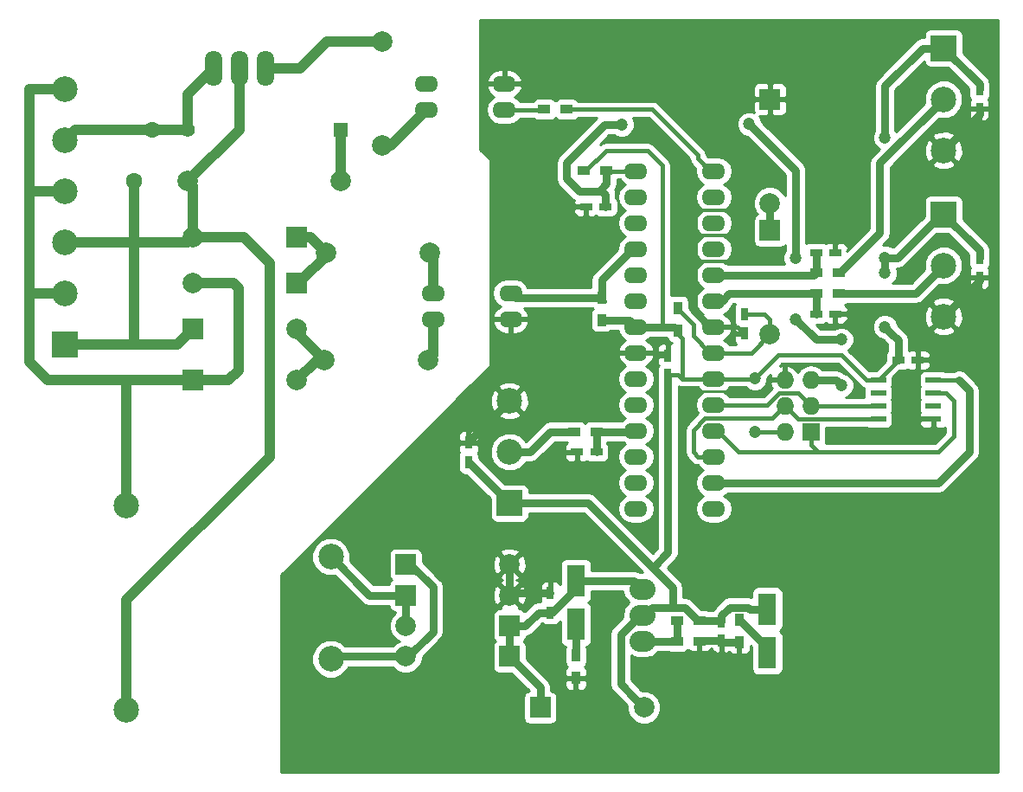
<source format=gbr>
G04 #@! TF.FileFunction,Copper,L2,Bot,Signal*
%FSLAX46Y46*%
G04 Gerber Fmt 4.6, Leading zero omitted, Abs format (unit mm)*
G04 Created by KiCad (PCBNEW (2016-04-29 BZR 6716)-stable) date Wed 03 Aug 2016 14:46:28 CEST*
%MOMM*%
%LPD*%
G01*
G04 APERTURE LIST*
%ADD10C,0.100000*%
%ADD11O,2.300000X1.600000*%
%ADD12R,0.750000X1.200000*%
%ADD13R,1.200000X0.750000*%
%ADD14R,1.727200X1.727200*%
%ADD15O,1.727200X1.727200*%
%ADD16C,1.998980*%
%ADD17R,1.998980X1.998980*%
%ADD18R,0.900000X1.200000*%
%ADD19R,1.200000X0.900000*%
%ADD20R,1.550000X0.600000*%
%ADD21C,1.600000*%
%ADD22C,2.500000*%
%ADD23R,2.500000X2.500000*%
%ADD24O,1.699260X3.500120*%
%ADD25R,1.400000X1.400000*%
%ADD26C,1.400000*%
%ADD27R,1.800860X3.149600*%
%ADD28O,2.540000X2.032000*%
%ADD29C,1.200000*%
%ADD30C,1.000000*%
%ADD31C,0.800000*%
%ADD32C,0.250000*%
%ADD33C,0.300000*%
%ADD34C,0.400000*%
%ADD35C,0.254000*%
G04 APERTURE END LIST*
D10*
D11*
X128880000Y-115520000D03*
X128880000Y-118060000D03*
X128880000Y-120600000D03*
X128880000Y-123140000D03*
X128880000Y-125680000D03*
X128880000Y-128220000D03*
X128880000Y-130760000D03*
X128880000Y-133300000D03*
X128880000Y-135840000D03*
X128880000Y-138380000D03*
X128880000Y-140920000D03*
X128880000Y-143460000D03*
X128880000Y-146000000D03*
X128880000Y-148540000D03*
X136500000Y-148540000D03*
X136500000Y-146000000D03*
X136500000Y-143460000D03*
X136500000Y-140920000D03*
X136500000Y-138380000D03*
X136500000Y-135840000D03*
X136500000Y-133300000D03*
X136500000Y-130760000D03*
X136500000Y-128220000D03*
X136500000Y-125680000D03*
X136500000Y-123140000D03*
X136500000Y-120600000D03*
X136500000Y-118060000D03*
X136500000Y-115520000D03*
D12*
X120500000Y-158700000D03*
X120500000Y-156800000D03*
X139500000Y-131400000D03*
X139500000Y-129500000D03*
D13*
X125900000Y-119000000D03*
X124000000Y-119000000D03*
D12*
X137250000Y-159550000D03*
X137250000Y-161450000D03*
D13*
X123100000Y-143000000D03*
X125000000Y-143000000D03*
X146500000Y-129500000D03*
X148400000Y-129500000D03*
X146500000Y-123500000D03*
X148400000Y-123500000D03*
D14*
X146000000Y-141040000D03*
D15*
X143460000Y-141040000D03*
X146000000Y-138500000D03*
X143460000Y-138500000D03*
X146000000Y-135960000D03*
X143460000Y-135960000D03*
D16*
X85500000Y-126500000D03*
D17*
X95660000Y-126500000D03*
D16*
X85500000Y-122000000D03*
D17*
X95660000Y-122000000D03*
D16*
X95660000Y-135997460D03*
D17*
X85500000Y-135997460D03*
D16*
X95660000Y-130997460D03*
D17*
X85500000Y-130997460D03*
D16*
X106340000Y-163000000D03*
D17*
X116500000Y-163000000D03*
D16*
X106340000Y-160000000D03*
D17*
X116500000Y-160000000D03*
D16*
X116500000Y-154000000D03*
D17*
X106340000Y-154000000D03*
D16*
X116500000Y-157002540D03*
D17*
X106340000Y-157002540D03*
D16*
X142000000Y-131500000D03*
D17*
X142000000Y-121340000D03*
D16*
X142002540Y-118660000D03*
D17*
X142002540Y-108500000D03*
D16*
X108660000Y-123500000D03*
X98500000Y-123500000D03*
X108500000Y-134000000D03*
X98340000Y-134000000D03*
X104000000Y-113000000D03*
X104000000Y-102840000D03*
D18*
X125500000Y-127900000D03*
X125500000Y-130100000D03*
D19*
X122100000Y-109500000D03*
X119900000Y-109500000D03*
D18*
X133000000Y-131100000D03*
X133000000Y-128900000D03*
D19*
X123800000Y-115500000D03*
X126000000Y-115500000D03*
X122800000Y-141000000D03*
X125000000Y-141000000D03*
X148700000Y-127500000D03*
X146500000Y-127500000D03*
X148700000Y-125500000D03*
X146500000Y-125500000D03*
D20*
X158000000Y-135960000D03*
X158000000Y-137230000D03*
X158000000Y-138500000D03*
X158000000Y-139770000D03*
X152600000Y-139770000D03*
X152600000Y-138500000D03*
X152600000Y-137230000D03*
X152600000Y-135960000D03*
D21*
X79700000Y-116500000D03*
X81500000Y-111500000D03*
D22*
X73000000Y-107500000D03*
X73000000Y-112500000D03*
X73000000Y-117500000D03*
X73000000Y-122500000D03*
D23*
X73000000Y-132500000D03*
D22*
X73000000Y-127500000D03*
D24*
X90040000Y-105500000D03*
X87500000Y-105500000D03*
X92580000Y-105500000D03*
D11*
X109000000Y-127460000D03*
X109000000Y-130000000D03*
X116620000Y-130000000D03*
X116620000Y-127460000D03*
X116000000Y-109540000D03*
X116000000Y-107000000D03*
X108380000Y-107000000D03*
X108380000Y-109540000D03*
D25*
X100000000Y-111500000D03*
D26*
X85000000Y-111500000D03*
D16*
X85000000Y-116500000D03*
X100000000Y-116500000D03*
D13*
X156450000Y-134000000D03*
X154550000Y-134000000D03*
D12*
X132000000Y-133550000D03*
X132000000Y-135450000D03*
X162500000Y-125950000D03*
X162500000Y-124050000D03*
X112500000Y-142100000D03*
X112500000Y-144000000D03*
X162500000Y-109450000D03*
X162500000Y-107550000D03*
D22*
X116500000Y-138000000D03*
D23*
X116500000Y-148000000D03*
D22*
X116500000Y-143000000D03*
X159000000Y-129750000D03*
D23*
X159000000Y-119750000D03*
D22*
X159000000Y-124750000D03*
X159000000Y-113500000D03*
D23*
X159000000Y-103500000D03*
D22*
X159000000Y-108500000D03*
D16*
X129660000Y-168000000D03*
D17*
X119500000Y-168000000D03*
D18*
X123000000Y-162900000D03*
X123000000Y-165100000D03*
D19*
X132900000Y-161500000D03*
X135100000Y-161500000D03*
X135100000Y-159500000D03*
X132900000Y-159500000D03*
D18*
X139000000Y-159400000D03*
X139000000Y-161600000D03*
D27*
X123000000Y-159875980D03*
X123000000Y-155624020D03*
X141750000Y-162625980D03*
X141750000Y-158374020D03*
D28*
X129500000Y-158960000D03*
X129500000Y-156420000D03*
X129500000Y-161500000D03*
D22*
X79000000Y-148250000D03*
X79000000Y-168250000D03*
X99000000Y-153250000D03*
X99000000Y-163250000D03*
D29*
X139970165Y-110916745D03*
X127500000Y-111000000D03*
X144500000Y-124000000D03*
X144500000Y-130000000D03*
X149000000Y-132000000D03*
X149000000Y-136500000D03*
X153244764Y-130761154D03*
X153250000Y-112250000D03*
X153250000Y-124000000D03*
X153250000Y-124000000D03*
X153250000Y-125500000D03*
X140510866Y-135832321D03*
X140540000Y-141040000D03*
D30*
X100000000Y-116500000D02*
X100000000Y-111500000D01*
X81500000Y-111500000D02*
X74000000Y-111500000D01*
X74000000Y-111500000D02*
X73000000Y-112500000D01*
X85000000Y-111500000D02*
X85000000Y-108000000D01*
X85000000Y-108000000D02*
X87500000Y-105500000D01*
X81500000Y-111500000D02*
X85000000Y-111500000D01*
D31*
X119500000Y-168000000D02*
X119500000Y-166000000D01*
X119500000Y-166000000D02*
X116500000Y-163000000D01*
X120500000Y-158700000D02*
X120670526Y-158700000D01*
X120670526Y-158700000D02*
X123000000Y-156370526D01*
X123000000Y-156370526D02*
X123000000Y-155624020D01*
X116500000Y-160000000D02*
X118025000Y-160000000D01*
X118025000Y-160000000D02*
X119325000Y-158700000D01*
X119325000Y-158700000D02*
X120500000Y-158700000D01*
X123000000Y-155624020D02*
X128704020Y-155624020D01*
X128704020Y-155624020D02*
X129500000Y-156420000D01*
X123000000Y-156298390D02*
X123000000Y-155624020D01*
X116500000Y-160000000D02*
X116500000Y-163000000D01*
D32*
X143460000Y-135960000D02*
X142238686Y-135960000D01*
X142238686Y-135960000D02*
X141105328Y-137093358D01*
X141105328Y-137093358D02*
X135156642Y-137093358D01*
X135156642Y-137093358D02*
X133500000Y-138750000D01*
D31*
X116500000Y-157002540D02*
X116500000Y-154000000D01*
X120500000Y-156800000D02*
X116702540Y-156800000D01*
X116702540Y-156800000D02*
X116500000Y-157002540D01*
X137250000Y-161450000D02*
X135150000Y-161450000D01*
X135150000Y-161450000D02*
X135100000Y-161500000D01*
X139000000Y-161600000D02*
X137400000Y-161600000D01*
X137400000Y-161600000D02*
X137250000Y-161450000D01*
D33*
X134500000Y-121750000D02*
X134610465Y-121860465D01*
X134610465Y-121860465D02*
X138389535Y-121860465D01*
X138389535Y-121860465D02*
X138500000Y-121750000D01*
X134500000Y-124500000D02*
X134595157Y-124404843D01*
X134595157Y-124404843D02*
X138404843Y-124404843D01*
X138404843Y-124404843D02*
X138500000Y-124500000D01*
D31*
X134500000Y-124500000D02*
X134500000Y-122250000D01*
X134500000Y-129110000D02*
X134500000Y-124500000D01*
X134500000Y-121750000D02*
X134500000Y-119250000D01*
X134500000Y-122250000D02*
X134500000Y-121750000D01*
D33*
X134500000Y-119250000D02*
X134582609Y-119332609D01*
X134582609Y-119332609D02*
X138500000Y-119332609D01*
X138500000Y-119332609D02*
X138500000Y-119250000D01*
D31*
X136150000Y-130760000D02*
X134500000Y-129110000D01*
X136500000Y-130760000D02*
X136150000Y-130760000D01*
X162500000Y-109450000D02*
X162500000Y-110000000D01*
X162500000Y-110000000D02*
X159000000Y-113500000D01*
X162500000Y-125950000D02*
X162500000Y-126250000D01*
X162500000Y-126250000D02*
X159000000Y-129750000D01*
X112500000Y-142100000D02*
X112500000Y-142000000D01*
X112500000Y-142000000D02*
X116500000Y-138000000D01*
D34*
X136500000Y-130760000D02*
X138860000Y-130760000D01*
X138860000Y-130760000D02*
X139500000Y-131400000D01*
X128880000Y-133300000D02*
X131750000Y-133300000D01*
X131750000Y-133300000D02*
X132000000Y-133550000D01*
X155500000Y-136000000D02*
X156450000Y-135050000D01*
X156450000Y-135050000D02*
X156450000Y-134000000D01*
X155500000Y-139000000D02*
X155500000Y-136000000D01*
X156270000Y-139770000D02*
X155500000Y-139000000D01*
X158000000Y-139770000D02*
X156270000Y-139770000D01*
X133000000Y-129050000D02*
X133000000Y-128900000D01*
X134500000Y-130550000D02*
X133000000Y-129050000D01*
X136150000Y-133300000D02*
X134500000Y-131650000D01*
X136500000Y-133300000D02*
X136150000Y-133300000D01*
X134500000Y-131650000D02*
X134500000Y-130550000D01*
X142000000Y-130000000D02*
X141500000Y-129500000D01*
X141500000Y-129500000D02*
X139500000Y-129500000D01*
X142000000Y-131500000D02*
X142000000Y-130000000D01*
X136500000Y-133300000D02*
X140200000Y-133300000D01*
X140200000Y-133300000D02*
X142000000Y-131500000D01*
D31*
X144500000Y-124000000D02*
X144500000Y-115446580D01*
X140570164Y-111516744D02*
X139970165Y-110916745D01*
X144500000Y-115446580D02*
X140570164Y-111516744D01*
X125250000Y-117500000D02*
X125575000Y-117500000D01*
X125575000Y-117500000D02*
X125900000Y-117825000D01*
X125900000Y-117825000D02*
X125900000Y-119000000D01*
X127500000Y-111000000D02*
X125809998Y-111000000D01*
X123309998Y-117500000D02*
X125250000Y-117500000D01*
X125809998Y-111000000D02*
X122065868Y-114744130D01*
X122065868Y-114744130D02*
X122065868Y-116255870D01*
X122065868Y-116255870D02*
X123309998Y-117500000D01*
X125250000Y-117500000D02*
X126000000Y-116750000D01*
X126000000Y-116750000D02*
X126000000Y-115500000D01*
X149000000Y-132000000D02*
X146500000Y-132000000D01*
X146500000Y-132000000D02*
X144500000Y-130000000D01*
X146000000Y-135960000D02*
X148460000Y-135960000D01*
X148460000Y-135960000D02*
X149000000Y-136500000D01*
D34*
X128880000Y-115520000D02*
X126020000Y-115520000D01*
X126020000Y-115520000D02*
X126000000Y-115500000D01*
D31*
X153844763Y-131361153D02*
X153244764Y-130761154D01*
X154550000Y-132066390D02*
X153844763Y-131361153D01*
X154550000Y-134000000D02*
X154550000Y-132066390D01*
X124181469Y-148000000D02*
X130500000Y-154318531D01*
X130500000Y-154318531D02*
X132500000Y-156318531D01*
X132000000Y-135450000D02*
X132000000Y-152818531D01*
X132000000Y-152818531D02*
X130500000Y-154318531D01*
X129500000Y-158960000D02*
X129246000Y-158960000D01*
X129246000Y-158960000D02*
X127374371Y-160831629D01*
X127374371Y-160831629D02*
X127374371Y-165714371D01*
X127374371Y-165714371D02*
X128660511Y-167000511D01*
X128660511Y-167000511D02*
X129660000Y-168000000D01*
X116500000Y-148000000D02*
X124181469Y-148000000D01*
X132500000Y-156318531D02*
X132500000Y-158250000D01*
X130464000Y-158250000D02*
X132500000Y-158250000D01*
X132500000Y-158250000D02*
X133700000Y-158250000D01*
X137250000Y-159550000D02*
X137250000Y-159019998D01*
X137250000Y-159019998D02*
X138069999Y-158199999D01*
X138069999Y-158199999D02*
X139875549Y-158199999D01*
X139875549Y-158199999D02*
X140049570Y-158374020D01*
X140049570Y-158374020D02*
X141750000Y-158374020D01*
X135100000Y-159500000D02*
X137200000Y-159500000D01*
X137200000Y-159500000D02*
X137250000Y-159550000D01*
X129500000Y-158960000D02*
X129754000Y-158960000D01*
X129754000Y-158960000D02*
X130464000Y-158250000D01*
X133700000Y-158250000D02*
X134950000Y-159500000D01*
X134950000Y-159500000D02*
X135100000Y-159500000D01*
X153250000Y-124000000D02*
X154500000Y-124000000D01*
X154500000Y-124000000D02*
X158750000Y-119750000D01*
X158750000Y-119750000D02*
X159000000Y-119750000D01*
X153250000Y-112250000D02*
X153250000Y-107200000D01*
X153250000Y-107200000D02*
X156950000Y-103500000D01*
X156950000Y-103500000D02*
X159000000Y-103500000D01*
X153250000Y-125500000D02*
X153250000Y-124000000D01*
X162500000Y-107550000D02*
X162500000Y-107000000D01*
X162500000Y-107000000D02*
X159000000Y-103500000D01*
X162500000Y-124050000D02*
X162500000Y-123250000D01*
X162500000Y-123250000D02*
X159000000Y-119750000D01*
X112500000Y-144000000D02*
X116500000Y-148000000D01*
X125500000Y-130100000D02*
X128220000Y-130100000D01*
X128220000Y-130100000D02*
X128880000Y-130760000D01*
X128880000Y-130760000D02*
X132660000Y-130760000D01*
X132660000Y-130760000D02*
X133000000Y-131100000D01*
D34*
X130000000Y-113500000D02*
X125950000Y-113500000D01*
X125950000Y-113500000D02*
X123950000Y-115500000D01*
X123950000Y-115500000D02*
X123800000Y-115500000D01*
X131500000Y-115000000D02*
X130000000Y-113500000D01*
X131500000Y-130760000D02*
X128880000Y-130760000D01*
X132760000Y-130760000D02*
X131500000Y-130760000D01*
X131500000Y-130760000D02*
X131500000Y-115000000D01*
X133000000Y-131500000D02*
X133390000Y-131890000D01*
X133390000Y-131890000D02*
X133390000Y-135840000D01*
X133000000Y-131100000D02*
X133000000Y-131500000D01*
X133390000Y-135840000D02*
X133000000Y-135450000D01*
X133000000Y-135450000D02*
X132000000Y-135450000D01*
X134500000Y-135840000D02*
X133390000Y-135840000D01*
X136500000Y-135840000D02*
X134500000Y-135840000D01*
X152600000Y-135960000D02*
X152600000Y-135950000D01*
X152600000Y-135950000D02*
X154550000Y-134000000D01*
X148965000Y-133500000D02*
X142843187Y-133500000D01*
X142843187Y-133500000D02*
X140510866Y-135832321D01*
X152600000Y-135960000D02*
X151425000Y-135960000D01*
X151425000Y-135960000D02*
X148965000Y-133500000D01*
X136500000Y-135840000D02*
X140503187Y-135840000D01*
X140503187Y-135840000D02*
X140510866Y-135832321D01*
X143460000Y-141040000D02*
X140540000Y-141040000D01*
D31*
X125000000Y-141000000D02*
X128800000Y-141000000D01*
X128800000Y-141000000D02*
X128880000Y-140920000D01*
X125000000Y-143000000D02*
X125000000Y-141000000D01*
X146500000Y-127500000D02*
X146500000Y-129500000D01*
X137280000Y-128220000D02*
X138000000Y-127500000D01*
X138000000Y-127500000D02*
X146500000Y-127500000D01*
X136500000Y-128220000D02*
X137280000Y-128220000D01*
X146500000Y-123500000D02*
X146500000Y-125500000D01*
X136500000Y-125680000D02*
X146320000Y-125680000D01*
X146320000Y-125680000D02*
X146500000Y-125500000D01*
D34*
X146000000Y-141040000D02*
X146000000Y-142303600D01*
X136500000Y-140920000D02*
X136850000Y-140920000D01*
X136850000Y-140920000D02*
X138930000Y-143000000D01*
X138930000Y-143000000D02*
X146696400Y-143000000D01*
X146696400Y-143000000D02*
X158500000Y-143000000D01*
X146000000Y-142303600D02*
X146696400Y-143000000D01*
X160000000Y-138000000D02*
X159230000Y-137230000D01*
X159230000Y-137230000D02*
X158000000Y-137230000D01*
X160000000Y-141500000D02*
X160000000Y-138000000D01*
X158500000Y-143000000D02*
X160000000Y-141500000D01*
X138050000Y-138380000D02*
X136500000Y-138380000D01*
X141730913Y-138380000D02*
X138050000Y-138380000D01*
X142887312Y-137223601D02*
X141730913Y-138380000D01*
X146000000Y-138500000D02*
X144723601Y-137223601D01*
X144723601Y-137223601D02*
X142887312Y-137223601D01*
X152600000Y-138500000D02*
X146000000Y-138500000D01*
X152598625Y-139768625D02*
X144728625Y-139768625D01*
X134500000Y-143010000D02*
X134500000Y-140872930D01*
X134500000Y-140872930D02*
X135652940Y-139719990D01*
X135652940Y-139719990D02*
X142240010Y-139719990D01*
X142240010Y-139719990D02*
X142596401Y-139363599D01*
X134950000Y-143460000D02*
X134500000Y-143010000D01*
X142596401Y-139363599D02*
X143460000Y-138500000D01*
X136500000Y-143460000D02*
X134950000Y-143460000D01*
X152600000Y-139770000D02*
X152598625Y-139768625D01*
X144728625Y-139768625D02*
X143460000Y-138500000D01*
D30*
X79000000Y-148250000D02*
X79000000Y-135997460D01*
X85500000Y-135997460D02*
X79000000Y-135997460D01*
X79000000Y-135997460D02*
X78000000Y-135997460D01*
X78000000Y-135997460D02*
X71297458Y-135997460D01*
X71297458Y-135997460D02*
X69500000Y-134200002D01*
X69500000Y-134200002D02*
X69500000Y-127500000D01*
X90000000Y-135000000D02*
X89002540Y-135997460D01*
X89002540Y-135997460D02*
X85500000Y-135997460D01*
X90000000Y-127000000D02*
X90000000Y-135000000D01*
X89500000Y-126500000D02*
X90000000Y-127000000D01*
X85500000Y-126500000D02*
X89500000Y-126500000D01*
X69500000Y-107500000D02*
X73000000Y-107500000D01*
X69500000Y-117500000D02*
X69500000Y-107500000D01*
X69500000Y-117500000D02*
X73000000Y-117500000D01*
X69500000Y-127500000D02*
X69500000Y-117500000D01*
X73000000Y-127500000D02*
X69500000Y-127500000D01*
X95660000Y-122000000D02*
X97000000Y-122000000D01*
X97000000Y-122000000D02*
X98500000Y-123500000D01*
X95660000Y-126500000D02*
X95840000Y-126500000D01*
X95840000Y-126500000D02*
X98840000Y-123500000D01*
X98340000Y-134000000D02*
X97657460Y-134000000D01*
X97657460Y-134000000D02*
X95660000Y-135997460D01*
X95660000Y-130997460D02*
X95660000Y-131320000D01*
X95660000Y-131320000D02*
X98340000Y-134000000D01*
D31*
X106340000Y-163000000D02*
X99250000Y-163000000D01*
X99250000Y-163000000D02*
X99000000Y-163250000D01*
X106340000Y-154000000D02*
X106787985Y-154000000D01*
X106787985Y-154000000D02*
X109000000Y-156212015D01*
X109000000Y-156212015D02*
X109000000Y-160578525D01*
X109000000Y-160578525D02*
X106578525Y-163000000D01*
X106578525Y-163000000D02*
X106340000Y-163000000D01*
X106340000Y-157002540D02*
X102752540Y-157002540D01*
X102752540Y-157002540D02*
X99000000Y-153250000D01*
X106340000Y-160000000D02*
X106340000Y-157002540D01*
X142000000Y-121340000D02*
X142000000Y-118662540D01*
X142000000Y-118662540D02*
X142002540Y-118660000D01*
D34*
X136150000Y-115520000D02*
X136500000Y-115520000D01*
X134950000Y-114320000D02*
X136150000Y-115520000D01*
X134950000Y-113970000D02*
X134950000Y-114320000D01*
X122100000Y-109500000D02*
X130480000Y-109500000D01*
X130480000Y-109500000D02*
X134950000Y-113970000D01*
X158000000Y-135960000D02*
X160460000Y-135960000D01*
X160460000Y-135960000D02*
X160500000Y-136000000D01*
D31*
X161500000Y-137000000D02*
X160500000Y-136000000D01*
X161500000Y-143000000D02*
X161500000Y-137000000D01*
X158500000Y-146000000D02*
X161500000Y-143000000D01*
X136500000Y-146000000D02*
X158500000Y-146000000D01*
X125500000Y-127900000D02*
X117060000Y-127900000D01*
X117060000Y-127900000D02*
X116620000Y-127460000D01*
X128880000Y-123140000D02*
X128530000Y-123140000D01*
X128530000Y-123140000D02*
X125500000Y-126170000D01*
X125500000Y-126170000D02*
X125500000Y-126500000D01*
X125500000Y-126500000D02*
X125500000Y-127900000D01*
D34*
X125820000Y-128220000D02*
X125500000Y-127900000D01*
D30*
X109000000Y-124500000D02*
X109000000Y-127460000D01*
X109000000Y-123500000D02*
X109000000Y-124500000D01*
X109000000Y-124500000D02*
X109000000Y-123840000D01*
X109000000Y-123840000D02*
X108660000Y-123500000D01*
X109000000Y-130000000D02*
X109000000Y-133500000D01*
X109000000Y-133500000D02*
X108500000Y-134000000D01*
X104000000Y-113000000D02*
X104920000Y-113000000D01*
X104920000Y-113000000D02*
X108380000Y-109540000D01*
X98660000Y-102840000D02*
X96000000Y-105500000D01*
X96000000Y-105500000D02*
X92580000Y-105500000D01*
X104000000Y-102840000D02*
X98660000Y-102840000D01*
D34*
X116000000Y-109540000D02*
X119860000Y-109540000D01*
X119860000Y-109540000D02*
X119900000Y-109500000D01*
D30*
X73000000Y-132500000D02*
X79500000Y-132500000D01*
X93000000Y-124500000D02*
X93000000Y-143500000D01*
X79000000Y-168250000D02*
X79000000Y-157500000D01*
X79000000Y-157500000D02*
X93000000Y-143500000D01*
X90500000Y-122000000D02*
X93000000Y-124500000D01*
X85500000Y-122000000D02*
X90500000Y-122000000D01*
X85000000Y-116500000D02*
X90040000Y-111460000D01*
X90040000Y-111460000D02*
X90040000Y-105500000D01*
X85500000Y-122000000D02*
X85500000Y-117000000D01*
X85500000Y-117000000D02*
X85000000Y-116500000D01*
X79500000Y-122500000D02*
X79700000Y-122300000D01*
X79700000Y-122300000D02*
X79700000Y-116500000D01*
X73000000Y-122500000D02*
X79500000Y-122500000D01*
X79500000Y-122500000D02*
X85000000Y-122500000D01*
X79700000Y-122700000D02*
X79500000Y-122500000D01*
X79700000Y-132300000D02*
X79700000Y-122700000D01*
X83997460Y-132500000D02*
X85500000Y-130997460D01*
X85000000Y-122500000D02*
X85500000Y-122000000D01*
X79500000Y-132500000D02*
X83997460Y-132500000D01*
X79500000Y-132500000D02*
X79700000Y-132300000D01*
D31*
X122800000Y-141000000D02*
X120500000Y-141000000D01*
X120500000Y-141000000D02*
X118500000Y-143000000D01*
X116500000Y-143000000D02*
X118500000Y-143000000D01*
X148700000Y-127500000D02*
X156250000Y-127500000D01*
X156250000Y-127500000D02*
X159000000Y-124750000D01*
X159000000Y-108500000D02*
X152750000Y-114750000D01*
X152750000Y-121600000D02*
X148850000Y-125500000D01*
X152750000Y-114750000D02*
X152750000Y-121600000D01*
X148850000Y-125500000D02*
X148700000Y-125500000D01*
X123000000Y-162900000D02*
X123000000Y-159875980D01*
X139000000Y-159400000D02*
X141750000Y-162150000D01*
X141750000Y-162150000D02*
X141750000Y-162625980D01*
X132900000Y-161500000D02*
X132900000Y-159500000D01*
X129500000Y-161500000D02*
X132900000Y-161500000D01*
D35*
G36*
X164290000Y-174290000D02*
X94127000Y-174290000D01*
X94127000Y-155052606D01*
X95556301Y-153623305D01*
X97114674Y-153623305D01*
X97401043Y-154316372D01*
X97930839Y-154847093D01*
X98623405Y-155134672D01*
X99373305Y-155135326D01*
X99407490Y-155121201D01*
X102020682Y-157734393D01*
X102020684Y-157734396D01*
X102356463Y-157958755D01*
X102752540Y-158037541D01*
X102752545Y-158037540D01*
X104700133Y-158037540D01*
X104742353Y-158249795D01*
X104882701Y-158459839D01*
X105092745Y-158600187D01*
X105305000Y-158642407D01*
X105305000Y-158723691D01*
X104955154Y-159072927D01*
X104705794Y-159673453D01*
X104705226Y-160323694D01*
X104953538Y-160924655D01*
X105412927Y-161384846D01*
X105690189Y-161499975D01*
X105415345Y-161613538D01*
X105063269Y-161965000D01*
X100380710Y-161965000D01*
X100069161Y-161652907D01*
X99376595Y-161365328D01*
X98626695Y-161364674D01*
X97933628Y-161651043D01*
X97402907Y-162180839D01*
X97115328Y-162873405D01*
X97114674Y-163623305D01*
X97401043Y-164316372D01*
X97930839Y-164847093D01*
X98623405Y-165134672D01*
X99373305Y-165135326D01*
X100066372Y-164848957D01*
X100597093Y-164319161D01*
X100715087Y-164035000D01*
X105063691Y-164035000D01*
X105412927Y-164384846D01*
X106013453Y-164634206D01*
X106663694Y-164634774D01*
X107264655Y-164386462D01*
X107724846Y-163927073D01*
X107974206Y-163326547D01*
X107974432Y-163067805D01*
X109731853Y-161310383D01*
X109731856Y-161310381D01*
X109956215Y-160974602D01*
X109977382Y-160868190D01*
X110035001Y-160578525D01*
X110035000Y-160578520D01*
X110035000Y-156738122D01*
X114854599Y-156738122D01*
X114878659Y-157387917D01*
X115081035Y-157876498D01*
X115347837Y-157975097D01*
X116320395Y-157002540D01*
X116679605Y-157002540D01*
X117652163Y-157975097D01*
X117918965Y-157876498D01*
X118145401Y-157266958D01*
X118121341Y-156617163D01*
X117918965Y-156128582D01*
X117770434Y-156073691D01*
X119490000Y-156073691D01*
X119490000Y-156514250D01*
X119648750Y-156673000D01*
X120373000Y-156673000D01*
X120373000Y-155723750D01*
X120214250Y-155565000D01*
X119998690Y-155565000D01*
X119765301Y-155661673D01*
X119586673Y-155840302D01*
X119490000Y-156073691D01*
X117770434Y-156073691D01*
X117652163Y-156029983D01*
X116679605Y-157002540D01*
X116320395Y-157002540D01*
X115347837Y-156029983D01*
X115081035Y-156128582D01*
X114854599Y-156738122D01*
X110035000Y-156738122D01*
X110035000Y-156212020D01*
X110035001Y-156212015D01*
X109956215Y-155815938D01*
X109843288Y-155646930D01*
X109731856Y-155480159D01*
X109731853Y-155480157D01*
X109403860Y-155152163D01*
X115527443Y-155152163D01*
X115626042Y-155418965D01*
X115835550Y-155496794D01*
X115626042Y-155583575D01*
X115527443Y-155850377D01*
X116500000Y-156822935D01*
X117472557Y-155850377D01*
X117373958Y-155583575D01*
X117164450Y-155505746D01*
X117373958Y-155418965D01*
X117472557Y-155152163D01*
X116500000Y-154179605D01*
X115527443Y-155152163D01*
X109403860Y-155152163D01*
X107987279Y-153735582D01*
X114854599Y-153735582D01*
X114878659Y-154385377D01*
X115081035Y-154873958D01*
X115347837Y-154972557D01*
X116320395Y-154000000D01*
X116679605Y-154000000D01*
X117652163Y-154972557D01*
X117918965Y-154873958D01*
X118145401Y-154264418D01*
X118121341Y-153614623D01*
X117918965Y-153126042D01*
X117652163Y-153027443D01*
X116679605Y-154000000D01*
X116320395Y-154000000D01*
X115347837Y-153027443D01*
X115081035Y-153126042D01*
X114854599Y-153735582D01*
X107987279Y-153735582D01*
X107986930Y-153735233D01*
X107986930Y-153000510D01*
X107956562Y-152847837D01*
X115527443Y-152847837D01*
X116500000Y-153820395D01*
X117472557Y-152847837D01*
X117373958Y-152581035D01*
X116764418Y-152354599D01*
X116114623Y-152378659D01*
X115626042Y-152581035D01*
X115527443Y-152847837D01*
X107956562Y-152847837D01*
X107937647Y-152752745D01*
X107797299Y-152542701D01*
X107587255Y-152402353D01*
X107339490Y-152353070D01*
X105340510Y-152353070D01*
X105092745Y-152402353D01*
X104882701Y-152542701D01*
X104742353Y-152752745D01*
X104693070Y-153000510D01*
X104693070Y-154999490D01*
X104742353Y-155247255D01*
X104882701Y-155457299D01*
X104948508Y-155501270D01*
X104882701Y-155545241D01*
X104742353Y-155755285D01*
X104700133Y-155967540D01*
X103181251Y-155967540D01*
X100871655Y-153657943D01*
X100884672Y-153626595D01*
X100885326Y-152876695D01*
X100598957Y-152183628D01*
X100069161Y-151652907D01*
X99376595Y-151365328D01*
X98626695Y-151364674D01*
X97933628Y-151651043D01*
X97402907Y-152180839D01*
X97115328Y-152873405D01*
X97114674Y-153623305D01*
X95556301Y-153623305D01*
X105179606Y-144000000D01*
X111464999Y-144000000D01*
X111477560Y-144063147D01*
X111477560Y-144600000D01*
X111526843Y-144847765D01*
X111667191Y-145057809D01*
X111877235Y-145198157D01*
X112125000Y-145247440D01*
X112283728Y-145247440D01*
X114602560Y-147566271D01*
X114602560Y-149250000D01*
X114651843Y-149497765D01*
X114792191Y-149707809D01*
X115002235Y-149848157D01*
X115250000Y-149897440D01*
X117750000Y-149897440D01*
X117997765Y-149848157D01*
X118207809Y-149707809D01*
X118348157Y-149497765D01*
X118397440Y-149250000D01*
X118397440Y-149035000D01*
X123752757Y-149035000D01*
X129486758Y-154769000D01*
X129251547Y-154769000D01*
X129100097Y-154667805D01*
X128704020Y-154589019D01*
X128704015Y-154589020D01*
X124547870Y-154589020D01*
X124547870Y-154049220D01*
X124498587Y-153801455D01*
X124358239Y-153591411D01*
X124148195Y-153451063D01*
X123900430Y-153401780D01*
X122099570Y-153401780D01*
X121851805Y-153451063D01*
X121641761Y-153591411D01*
X121501413Y-153801455D01*
X121452130Y-154049220D01*
X121452130Y-155933981D01*
X121413327Y-155840302D01*
X121234699Y-155661673D01*
X121001310Y-155565000D01*
X120785750Y-155565000D01*
X120627000Y-155723750D01*
X120627000Y-156673000D01*
X120647000Y-156673000D01*
X120647000Y-156927000D01*
X120627000Y-156927000D01*
X120627000Y-156947000D01*
X120373000Y-156947000D01*
X120373000Y-156927000D01*
X119648750Y-156927000D01*
X119490000Y-157085750D01*
X119490000Y-157526309D01*
X119547448Y-157665000D01*
X119325005Y-157665000D01*
X119325000Y-157664999D01*
X118976124Y-157734396D01*
X118928923Y-157743785D01*
X118593144Y-157968144D01*
X118593142Y-157968147D01*
X117981848Y-158579441D01*
X117957299Y-158542701D01*
X117747255Y-158402353D01*
X117499490Y-158353070D01*
X117399249Y-158353070D01*
X117472557Y-158154703D01*
X116500000Y-157182145D01*
X115527443Y-158154703D01*
X115600751Y-158353070D01*
X115500510Y-158353070D01*
X115252745Y-158402353D01*
X115042701Y-158542701D01*
X114902353Y-158752745D01*
X114853070Y-159000510D01*
X114853070Y-160999490D01*
X114902353Y-161247255D01*
X115042701Y-161457299D01*
X115106607Y-161500000D01*
X115042701Y-161542701D01*
X114902353Y-161752745D01*
X114853070Y-162000510D01*
X114853070Y-163999490D01*
X114902353Y-164247255D01*
X115042701Y-164457299D01*
X115252745Y-164597647D01*
X115500510Y-164646930D01*
X116683218Y-164646930D01*
X118407800Y-166371511D01*
X118252745Y-166402353D01*
X118042701Y-166542701D01*
X117902353Y-166752745D01*
X117853070Y-167000510D01*
X117853070Y-168999490D01*
X117902353Y-169247255D01*
X118042701Y-169457299D01*
X118252745Y-169597647D01*
X118500510Y-169646930D01*
X120499490Y-169646930D01*
X120747255Y-169597647D01*
X120957299Y-169457299D01*
X121097647Y-169247255D01*
X121146930Y-168999490D01*
X121146930Y-167000510D01*
X121097647Y-166752745D01*
X120957299Y-166542701D01*
X120747255Y-166402353D01*
X120535000Y-166360133D01*
X120535000Y-166000005D01*
X120535001Y-166000000D01*
X120456215Y-165603923D01*
X120310437Y-165385750D01*
X121915000Y-165385750D01*
X121915000Y-165826309D01*
X122011673Y-166059698D01*
X122190301Y-166238327D01*
X122423690Y-166335000D01*
X122714250Y-166335000D01*
X122873000Y-166176250D01*
X122873000Y-165227000D01*
X123127000Y-165227000D01*
X123127000Y-166176250D01*
X123285750Y-166335000D01*
X123576310Y-166335000D01*
X123809699Y-166238327D01*
X123988327Y-166059698D01*
X124085000Y-165826309D01*
X124085000Y-165385750D01*
X123926250Y-165227000D01*
X123127000Y-165227000D01*
X122873000Y-165227000D01*
X122073750Y-165227000D01*
X121915000Y-165385750D01*
X120310437Y-165385750D01*
X120231856Y-165268144D01*
X120231853Y-165268142D01*
X118146930Y-163183218D01*
X118146930Y-162000510D01*
X118097647Y-161752745D01*
X117957299Y-161542701D01*
X117893393Y-161500000D01*
X117957299Y-161457299D01*
X118097647Y-161247255D01*
X118144599Y-161011211D01*
X118421077Y-160956215D01*
X118756856Y-160731856D01*
X119705383Y-159783328D01*
X119877235Y-159898157D01*
X120125000Y-159947440D01*
X120875000Y-159947440D01*
X121122765Y-159898157D01*
X121332809Y-159757809D01*
X121452130Y-159579234D01*
X121452130Y-161450780D01*
X121501413Y-161698545D01*
X121641761Y-161908589D01*
X121851805Y-162048937D01*
X121948667Y-162068204D01*
X121902560Y-162300000D01*
X121902560Y-163500000D01*
X121951843Y-163747765D01*
X122092191Y-163957809D01*
X122153320Y-163998654D01*
X122011673Y-164140302D01*
X121915000Y-164373691D01*
X121915000Y-164814250D01*
X122073750Y-164973000D01*
X122873000Y-164973000D01*
X122873000Y-164953000D01*
X123127000Y-164953000D01*
X123127000Y-164973000D01*
X123926250Y-164973000D01*
X124085000Y-164814250D01*
X124085000Y-164373691D01*
X123988327Y-164140302D01*
X123846680Y-163998654D01*
X123907809Y-163957809D01*
X124048157Y-163747765D01*
X124097440Y-163500000D01*
X124097440Y-162300000D01*
X124051333Y-162068204D01*
X124148195Y-162048937D01*
X124358239Y-161908589D01*
X124498587Y-161698545D01*
X124547870Y-161450780D01*
X124547870Y-158301180D01*
X124498587Y-158053415D01*
X124358239Y-157843371D01*
X124218501Y-157750000D01*
X124358239Y-157656629D01*
X124498587Y-157446585D01*
X124547870Y-157198820D01*
X124547870Y-156659020D01*
X127605223Y-156659020D01*
X127683354Y-157051810D01*
X128041246Y-157587433D01*
X128194748Y-157690000D01*
X128041246Y-157792567D01*
X127683354Y-158328190D01*
X127557679Y-158960000D01*
X127594944Y-159147344D01*
X126642515Y-160099773D01*
X126418156Y-160435552D01*
X126339370Y-160831629D01*
X126339371Y-160831634D01*
X126339371Y-165714366D01*
X126339370Y-165714371D01*
X126418156Y-166110448D01*
X126642515Y-166446227D01*
X127928653Y-167732364D01*
X127928655Y-167732367D01*
X128025658Y-167829370D01*
X128025226Y-168323694D01*
X128273538Y-168924655D01*
X128732927Y-169384846D01*
X129333453Y-169634206D01*
X129983694Y-169634774D01*
X130584655Y-169386462D01*
X131044846Y-168927073D01*
X131294206Y-168326547D01*
X131294774Y-167676306D01*
X131046462Y-167075345D01*
X130587073Y-166615154D01*
X129986547Y-166365794D01*
X129489071Y-166365359D01*
X129392367Y-166268655D01*
X129392364Y-166268653D01*
X128409371Y-165285659D01*
X128409371Y-162913406D01*
X128576869Y-163025325D01*
X129208679Y-163151000D01*
X129791321Y-163151000D01*
X130423131Y-163025325D01*
X130958754Y-162667433D01*
X131047243Y-162535000D01*
X132032544Y-162535000D01*
X132052235Y-162548157D01*
X132300000Y-162597440D01*
X133500000Y-162597440D01*
X133747765Y-162548157D01*
X133957809Y-162407809D01*
X133998654Y-162346680D01*
X134140302Y-162488327D01*
X134373691Y-162585000D01*
X134814250Y-162585000D01*
X134973000Y-162426250D01*
X134973000Y-161627000D01*
X135227000Y-161627000D01*
X135227000Y-162426250D01*
X135385750Y-162585000D01*
X135826309Y-162585000D01*
X136059698Y-162488327D01*
X136238327Y-162309699D01*
X136266790Y-162240985D01*
X136336673Y-162409698D01*
X136515301Y-162588327D01*
X136748690Y-162685000D01*
X136964250Y-162685000D01*
X137123000Y-162526250D01*
X137123000Y-161577000D01*
X136398750Y-161577000D01*
X136262500Y-161713250D01*
X136176250Y-161627000D01*
X135227000Y-161627000D01*
X134973000Y-161627000D01*
X134953000Y-161627000D01*
X134953000Y-161373000D01*
X134973000Y-161373000D01*
X134973000Y-161353000D01*
X135227000Y-161353000D01*
X135227000Y-161373000D01*
X136176250Y-161373000D01*
X136312500Y-161236750D01*
X136398750Y-161323000D01*
X137123000Y-161323000D01*
X137123000Y-161303000D01*
X137377000Y-161303000D01*
X137377000Y-161323000D01*
X137397000Y-161323000D01*
X137397000Y-161577000D01*
X137377000Y-161577000D01*
X137377000Y-162526250D01*
X137535750Y-162685000D01*
X137751310Y-162685000D01*
X137984699Y-162588327D01*
X138012500Y-162560525D01*
X138190301Y-162738327D01*
X138423690Y-162835000D01*
X138714250Y-162835000D01*
X138873000Y-162676250D01*
X138873000Y-161727000D01*
X138853000Y-161727000D01*
X138853000Y-161473000D01*
X138873000Y-161473000D01*
X138873000Y-161453000D01*
X139127000Y-161453000D01*
X139127000Y-161473000D01*
X139147000Y-161473000D01*
X139147000Y-161727000D01*
X139127000Y-161727000D01*
X139127000Y-162676250D01*
X139285750Y-162835000D01*
X139576310Y-162835000D01*
X139809699Y-162738327D01*
X139988327Y-162559698D01*
X140085000Y-162326309D01*
X140085000Y-161948711D01*
X140202130Y-162065841D01*
X140202130Y-164200780D01*
X140251413Y-164448545D01*
X140391761Y-164658589D01*
X140601805Y-164798937D01*
X140849570Y-164848220D01*
X142650430Y-164848220D01*
X142898195Y-164798937D01*
X143108239Y-164658589D01*
X143248587Y-164448545D01*
X143297870Y-164200780D01*
X143297870Y-161051180D01*
X143248587Y-160803415D01*
X143108239Y-160593371D01*
X142968501Y-160500000D01*
X143108239Y-160406629D01*
X143248587Y-160196585D01*
X143297870Y-159948820D01*
X143297870Y-156799220D01*
X143248587Y-156551455D01*
X143108239Y-156341411D01*
X142898195Y-156201063D01*
X142650430Y-156151780D01*
X140849570Y-156151780D01*
X140601805Y-156201063D01*
X140391761Y-156341411D01*
X140251413Y-156551455D01*
X140202130Y-156799220D01*
X140202130Y-157229960D01*
X139875549Y-157164998D01*
X139875544Y-157164999D01*
X138070004Y-157164999D01*
X138069999Y-157164998D01*
X137673922Y-157243784D01*
X137338143Y-157468143D01*
X137338141Y-157468146D01*
X136518144Y-158288142D01*
X136399972Y-158465000D01*
X135967456Y-158465000D01*
X135947765Y-158451843D01*
X135700000Y-158402560D01*
X135316271Y-158402560D01*
X134431856Y-157518144D01*
X134096077Y-157293785D01*
X133700000Y-157214999D01*
X133699995Y-157215000D01*
X133535000Y-157215000D01*
X133535000Y-156318536D01*
X133535001Y-156318531D01*
X133456215Y-155922454D01*
X133401323Y-155840302D01*
X133231856Y-155586675D01*
X133231853Y-155586673D01*
X131963712Y-154318531D01*
X132731853Y-153550389D01*
X132731856Y-153550387D01*
X132932567Y-153250000D01*
X132956215Y-153214609D01*
X133035000Y-152818531D01*
X133035000Y-136587746D01*
X133070459Y-136611439D01*
X133390000Y-136675000D01*
X134980261Y-136675000D01*
X135100332Y-136854698D01*
X135482418Y-137110000D01*
X135100332Y-137365302D01*
X134789263Y-137830849D01*
X134680030Y-138380000D01*
X134789263Y-138929151D01*
X134978980Y-139213082D01*
X133909566Y-140282496D01*
X133728561Y-140553389D01*
X133665000Y-140872930D01*
X133665000Y-143010000D01*
X133728561Y-143329541D01*
X133902884Y-143590434D01*
X133909566Y-143600434D01*
X134359566Y-144050434D01*
X134630459Y-144231439D01*
X134950000Y-144295000D01*
X134980261Y-144295000D01*
X135100332Y-144474698D01*
X135482418Y-144730000D01*
X135100332Y-144985302D01*
X134789263Y-145450849D01*
X134680030Y-146000000D01*
X134789263Y-146549151D01*
X135100332Y-147014698D01*
X135482418Y-147270000D01*
X135100332Y-147525302D01*
X134789263Y-147990849D01*
X134680030Y-148540000D01*
X134789263Y-149089151D01*
X135100332Y-149554698D01*
X135565879Y-149865767D01*
X136115030Y-149975000D01*
X136884970Y-149975000D01*
X137434121Y-149865767D01*
X137899668Y-149554698D01*
X138210737Y-149089151D01*
X138319970Y-148540000D01*
X138210737Y-147990849D01*
X137899668Y-147525302D01*
X137517582Y-147270000D01*
X137869284Y-147035000D01*
X158499995Y-147035000D01*
X158500000Y-147035001D01*
X158896077Y-146956215D01*
X159231856Y-146731856D01*
X162231853Y-143731858D01*
X162231856Y-143731856D01*
X162456215Y-143396077D01*
X162460090Y-143376595D01*
X162535001Y-143000000D01*
X162535000Y-142999995D01*
X162535000Y-137000005D01*
X162535001Y-137000000D01*
X162456215Y-136603923D01*
X162391994Y-136507809D01*
X162231856Y-136268144D01*
X162231853Y-136268142D01*
X161231856Y-135268144D01*
X160896077Y-135043785D01*
X160500000Y-134964999D01*
X160103923Y-135043785D01*
X159982375Y-135125000D01*
X159117285Y-135125000D01*
X159022765Y-135061843D01*
X158775000Y-135012560D01*
X157225000Y-135012560D01*
X156977235Y-135061843D01*
X156767191Y-135202191D01*
X156626843Y-135412235D01*
X156577560Y-135660000D01*
X156577560Y-136260000D01*
X156626843Y-136507765D01*
X156685132Y-136595000D01*
X156626843Y-136682235D01*
X156577560Y-136930000D01*
X156577560Y-137530000D01*
X156626843Y-137777765D01*
X156685132Y-137865000D01*
X156626843Y-137952235D01*
X156577560Y-138200000D01*
X156577560Y-138800000D01*
X156626843Y-139047765D01*
X156679768Y-139126972D01*
X156590000Y-139343690D01*
X156590000Y-139484250D01*
X156748750Y-139643000D01*
X157873000Y-139643000D01*
X157873000Y-139623000D01*
X158127000Y-139623000D01*
X158127000Y-139643000D01*
X158147000Y-139643000D01*
X158147000Y-139897000D01*
X158127000Y-139897000D01*
X158127000Y-140546250D01*
X158285750Y-140705000D01*
X158901309Y-140705000D01*
X159134698Y-140608327D01*
X159165000Y-140578025D01*
X159165000Y-141154132D01*
X158154132Y-142165000D01*
X147452646Y-142165000D01*
X147461757Y-142151365D01*
X147511040Y-141903600D01*
X147511040Y-140603625D01*
X151480657Y-140603625D01*
X151577235Y-140668157D01*
X151825000Y-140717440D01*
X153375000Y-140717440D01*
X153622765Y-140668157D01*
X153832809Y-140527809D01*
X153973157Y-140317765D01*
X154022440Y-140070000D01*
X154022440Y-140055750D01*
X156590000Y-140055750D01*
X156590000Y-140196310D01*
X156686673Y-140429699D01*
X156865302Y-140608327D01*
X157098691Y-140705000D01*
X157714250Y-140705000D01*
X157873000Y-140546250D01*
X157873000Y-139897000D01*
X156748750Y-139897000D01*
X156590000Y-140055750D01*
X154022440Y-140055750D01*
X154022440Y-139470000D01*
X153973157Y-139222235D01*
X153914868Y-139135000D01*
X153973157Y-139047765D01*
X154022440Y-138800000D01*
X154022440Y-138200000D01*
X153973157Y-137952235D01*
X153914868Y-137865000D01*
X153973157Y-137777765D01*
X154022440Y-137530000D01*
X154022440Y-136930000D01*
X153973157Y-136682235D01*
X153914868Y-136595000D01*
X153973157Y-136507765D01*
X154022440Y-136260000D01*
X154022440Y-135708428D01*
X154708428Y-135022440D01*
X155150000Y-135022440D01*
X155397765Y-134973157D01*
X155489102Y-134912127D01*
X155490302Y-134913327D01*
X155723691Y-135010000D01*
X156164250Y-135010000D01*
X156323000Y-134851250D01*
X156323000Y-134127000D01*
X156577000Y-134127000D01*
X156577000Y-134851250D01*
X156735750Y-135010000D01*
X157176309Y-135010000D01*
X157409698Y-134913327D01*
X157588327Y-134734699D01*
X157685000Y-134501310D01*
X157685000Y-134285750D01*
X157526250Y-134127000D01*
X156577000Y-134127000D01*
X156323000Y-134127000D01*
X156303000Y-134127000D01*
X156303000Y-133873000D01*
X156323000Y-133873000D01*
X156323000Y-133148750D01*
X156577000Y-133148750D01*
X156577000Y-133873000D01*
X157526250Y-133873000D01*
X157685000Y-133714250D01*
X157685000Y-133498690D01*
X157588327Y-133265301D01*
X157409698Y-133086673D01*
X157176309Y-132990000D01*
X156735750Y-132990000D01*
X156577000Y-133148750D01*
X156323000Y-133148750D01*
X156164250Y-132990000D01*
X155723691Y-132990000D01*
X155585000Y-133047448D01*
X155585000Y-132066395D01*
X155585001Y-132066390D01*
X155506215Y-131670313D01*
X155392416Y-131500000D01*
X155281856Y-131334534D01*
X155281853Y-131334532D01*
X155030642Y-131083320D01*
X157846285Y-131083320D01*
X157975533Y-131376123D01*
X158675806Y-131644388D01*
X159425435Y-131624250D01*
X160024467Y-131376123D01*
X160153715Y-131083320D01*
X159000000Y-129929605D01*
X157846285Y-131083320D01*
X155030642Y-131083320D01*
X154576619Y-130629297D01*
X154576616Y-130629295D01*
X154479964Y-130532643D01*
X154479978Y-130516575D01*
X154292356Y-130062497D01*
X153945249Y-129714783D01*
X153491498Y-129526369D01*
X153000185Y-129525940D01*
X152546107Y-129713562D01*
X152198393Y-130060669D01*
X152009979Y-130514420D01*
X152009550Y-131005733D01*
X152197172Y-131459811D01*
X152544279Y-131807525D01*
X152998030Y-131995939D01*
X153015853Y-131995955D01*
X153112905Y-132093006D01*
X153112907Y-132093009D01*
X153515000Y-132495101D01*
X153515000Y-133151950D01*
X153492191Y-133167191D01*
X153351843Y-133377235D01*
X153302560Y-133625000D01*
X153302560Y-134066572D01*
X152356572Y-135012560D01*
X151825000Y-135012560D01*
X151686064Y-135040196D01*
X149694980Y-133049112D01*
X149698657Y-133047592D01*
X150046371Y-132700485D01*
X150234785Y-132246734D01*
X150235214Y-131755421D01*
X150047592Y-131301343D01*
X149700485Y-130953629D01*
X149246734Y-130765215D01*
X148755421Y-130764786D01*
X148301343Y-130952408D01*
X148288729Y-130965000D01*
X146928711Y-130965000D01*
X146498391Y-130534680D01*
X146500000Y-130535000D01*
X146563143Y-130522440D01*
X147100000Y-130522440D01*
X147347765Y-130473157D01*
X147439102Y-130412127D01*
X147440302Y-130413327D01*
X147673691Y-130510000D01*
X148114250Y-130510000D01*
X148273000Y-130351250D01*
X148273000Y-129627000D01*
X148527000Y-129627000D01*
X148527000Y-130351250D01*
X148685750Y-130510000D01*
X149126309Y-130510000D01*
X149359698Y-130413327D01*
X149538327Y-130234699D01*
X149635000Y-130001310D01*
X149635000Y-129785750D01*
X149476250Y-129627000D01*
X148527000Y-129627000D01*
X148273000Y-129627000D01*
X148253000Y-129627000D01*
X148253000Y-129425806D01*
X157105612Y-129425806D01*
X157125750Y-130175435D01*
X157373877Y-130774467D01*
X157666680Y-130903715D01*
X158820395Y-129750000D01*
X159179605Y-129750000D01*
X160333320Y-130903715D01*
X160626123Y-130774467D01*
X160894388Y-130074194D01*
X160874250Y-129324565D01*
X160626123Y-128725533D01*
X160333320Y-128596285D01*
X159179605Y-129750000D01*
X158820395Y-129750000D01*
X157666680Y-128596285D01*
X157373877Y-128725533D01*
X157105612Y-129425806D01*
X148253000Y-129425806D01*
X148253000Y-129373000D01*
X148273000Y-129373000D01*
X148273000Y-129353000D01*
X148527000Y-129353000D01*
X148527000Y-129373000D01*
X149476250Y-129373000D01*
X149635000Y-129214250D01*
X149635000Y-128998690D01*
X149538327Y-128765301D01*
X149359698Y-128586673D01*
X149357892Y-128585925D01*
X149547765Y-128548157D01*
X149567456Y-128535000D01*
X156249995Y-128535000D01*
X156250000Y-128535001D01*
X156646077Y-128456215D01*
X156705245Y-128416680D01*
X157846285Y-128416680D01*
X159000000Y-129570395D01*
X160153715Y-128416680D01*
X160024467Y-128123877D01*
X159324194Y-127855612D01*
X158574565Y-127875750D01*
X157975533Y-128123877D01*
X157846285Y-128416680D01*
X156705245Y-128416680D01*
X156981856Y-128231856D01*
X158592056Y-126621655D01*
X158623405Y-126634672D01*
X159373305Y-126635326D01*
X160066372Y-126348957D01*
X160179776Y-126235750D01*
X161490000Y-126235750D01*
X161490000Y-126676309D01*
X161586673Y-126909698D01*
X161765301Y-127088327D01*
X161998690Y-127185000D01*
X162214250Y-127185000D01*
X162373000Y-127026250D01*
X162373000Y-126077000D01*
X162627000Y-126077000D01*
X162627000Y-127026250D01*
X162785750Y-127185000D01*
X163001310Y-127185000D01*
X163234699Y-127088327D01*
X163413327Y-126909698D01*
X163510000Y-126676309D01*
X163510000Y-126235750D01*
X163351250Y-126077000D01*
X162627000Y-126077000D01*
X162373000Y-126077000D01*
X161648750Y-126077000D01*
X161490000Y-126235750D01*
X160179776Y-126235750D01*
X160597093Y-125819161D01*
X160884672Y-125126595D01*
X160885326Y-124376695D01*
X160598957Y-123683628D01*
X160069161Y-123152907D01*
X159376595Y-122865328D01*
X158626695Y-122864674D01*
X157933628Y-123151043D01*
X157402907Y-123680839D01*
X157115328Y-124373405D01*
X157114674Y-125123305D01*
X157128799Y-125157490D01*
X155821288Y-126465000D01*
X154031393Y-126465000D01*
X154296371Y-126200485D01*
X154484785Y-125746734D01*
X154485214Y-125255421D01*
X154394138Y-125035000D01*
X154499995Y-125035000D01*
X154500000Y-125035001D01*
X154896077Y-124956215D01*
X155231856Y-124731856D01*
X158316271Y-121647440D01*
X159433728Y-121647440D01*
X161465000Y-123678711D01*
X161465000Y-124050000D01*
X161477560Y-124113143D01*
X161477560Y-124650000D01*
X161526843Y-124897765D01*
X161587873Y-124989102D01*
X161586673Y-124990302D01*
X161490000Y-125223691D01*
X161490000Y-125664250D01*
X161648750Y-125823000D01*
X162373000Y-125823000D01*
X162373000Y-125803000D01*
X162627000Y-125803000D01*
X162627000Y-125823000D01*
X163351250Y-125823000D01*
X163510000Y-125664250D01*
X163510000Y-125223691D01*
X163413327Y-124990302D01*
X163412127Y-124989102D01*
X163473157Y-124897765D01*
X163522440Y-124650000D01*
X163522440Y-124113143D01*
X163535000Y-124050000D01*
X163535000Y-123250000D01*
X163456215Y-122853923D01*
X163456215Y-122853922D01*
X163331445Y-122667191D01*
X163231856Y-122518144D01*
X163231853Y-122518142D01*
X160897440Y-120183728D01*
X160897440Y-118500000D01*
X160848157Y-118252235D01*
X160707809Y-118042191D01*
X160497765Y-117901843D01*
X160250000Y-117852560D01*
X157750000Y-117852560D01*
X157502235Y-117901843D01*
X157292191Y-118042191D01*
X157151843Y-118252235D01*
X157102560Y-118500000D01*
X157102560Y-119933729D01*
X154071288Y-122965000D01*
X153961836Y-122965000D01*
X153950485Y-122953629D01*
X153496734Y-122765215D01*
X153048887Y-122764824D01*
X153481853Y-122331858D01*
X153481856Y-122331856D01*
X153706215Y-121996077D01*
X153730697Y-121872999D01*
X153785001Y-121600000D01*
X153785000Y-121599995D01*
X153785000Y-115178712D01*
X154130391Y-114833320D01*
X157846285Y-114833320D01*
X157975533Y-115126123D01*
X158675806Y-115394388D01*
X159425435Y-115374250D01*
X160024467Y-115126123D01*
X160153715Y-114833320D01*
X159000000Y-113679605D01*
X157846285Y-114833320D01*
X154130391Y-114833320D01*
X155787905Y-113175806D01*
X157105612Y-113175806D01*
X157125750Y-113925435D01*
X157373877Y-114524467D01*
X157666680Y-114653715D01*
X158820395Y-113500000D01*
X159179605Y-113500000D01*
X160333320Y-114653715D01*
X160626123Y-114524467D01*
X160894388Y-113824194D01*
X160874250Y-113074565D01*
X160626123Y-112475533D01*
X160333320Y-112346285D01*
X159179605Y-113500000D01*
X158820395Y-113500000D01*
X157666680Y-112346285D01*
X157373877Y-112475533D01*
X157105612Y-113175806D01*
X155787905Y-113175806D01*
X156797031Y-112166680D01*
X157846285Y-112166680D01*
X159000000Y-113320395D01*
X160153715Y-112166680D01*
X160024467Y-111873877D01*
X159324194Y-111605612D01*
X158574565Y-111625750D01*
X157975533Y-111873877D01*
X157846285Y-112166680D01*
X156797031Y-112166680D01*
X158592056Y-110371655D01*
X158623405Y-110384672D01*
X159373305Y-110385326D01*
X160066372Y-110098957D01*
X160430213Y-109735750D01*
X161490000Y-109735750D01*
X161490000Y-110176309D01*
X161586673Y-110409698D01*
X161765301Y-110588327D01*
X161998690Y-110685000D01*
X162214250Y-110685000D01*
X162373000Y-110526250D01*
X162373000Y-109577000D01*
X162627000Y-109577000D01*
X162627000Y-110526250D01*
X162785750Y-110685000D01*
X163001310Y-110685000D01*
X163234699Y-110588327D01*
X163413327Y-110409698D01*
X163510000Y-110176309D01*
X163510000Y-109735750D01*
X163351250Y-109577000D01*
X162627000Y-109577000D01*
X162373000Y-109577000D01*
X161648750Y-109577000D01*
X161490000Y-109735750D01*
X160430213Y-109735750D01*
X160597093Y-109569161D01*
X160884672Y-108876595D01*
X160885326Y-108126695D01*
X160598957Y-107433628D01*
X160069161Y-106902907D01*
X159376595Y-106615328D01*
X158626695Y-106614674D01*
X157933628Y-106901043D01*
X157402907Y-107430839D01*
X157115328Y-108123405D01*
X157114674Y-108873305D01*
X157128799Y-108907490D01*
X154352371Y-111683917D01*
X154297592Y-111551343D01*
X154285000Y-111538729D01*
X154285000Y-107628712D01*
X157112706Y-104801006D01*
X157151843Y-104997765D01*
X157292191Y-105207809D01*
X157502235Y-105348157D01*
X157750000Y-105397440D01*
X159433728Y-105397440D01*
X161465000Y-107428711D01*
X161465000Y-107550000D01*
X161477560Y-107613143D01*
X161477560Y-108150000D01*
X161526843Y-108397765D01*
X161587873Y-108489102D01*
X161586673Y-108490302D01*
X161490000Y-108723691D01*
X161490000Y-109164250D01*
X161648750Y-109323000D01*
X162373000Y-109323000D01*
X162373000Y-109303000D01*
X162627000Y-109303000D01*
X162627000Y-109323000D01*
X163351250Y-109323000D01*
X163510000Y-109164250D01*
X163510000Y-108723691D01*
X163413327Y-108490302D01*
X163412127Y-108489102D01*
X163473157Y-108397765D01*
X163522440Y-108150000D01*
X163522440Y-107613143D01*
X163535000Y-107550000D01*
X163535000Y-107000000D01*
X163475771Y-106702235D01*
X163456215Y-106603922D01*
X163353935Y-106450849D01*
X163231856Y-106268144D01*
X163231853Y-106268142D01*
X160897440Y-103933728D01*
X160897440Y-102250000D01*
X160848157Y-102002235D01*
X160707809Y-101792191D01*
X160497765Y-101651843D01*
X160250000Y-101602560D01*
X157750000Y-101602560D01*
X157502235Y-101651843D01*
X157292191Y-101792191D01*
X157151843Y-102002235D01*
X157102560Y-102250000D01*
X157102560Y-102465000D01*
X156950005Y-102465000D01*
X156950000Y-102464999D01*
X156553922Y-102543785D01*
X156419429Y-102633651D01*
X156218144Y-102768144D01*
X156218142Y-102768147D01*
X152518144Y-106468144D01*
X152293785Y-106803923D01*
X152214999Y-107200000D01*
X152215000Y-107200005D01*
X152215000Y-111538164D01*
X152203629Y-111549515D01*
X152015215Y-112003266D01*
X152014786Y-112494579D01*
X152202408Y-112948657D01*
X152549515Y-113296371D01*
X152684052Y-113352236D01*
X152018144Y-114018144D01*
X151793785Y-114353923D01*
X151714999Y-114750000D01*
X151715000Y-114750005D01*
X151715000Y-121171289D01*
X149513290Y-123372998D01*
X149476252Y-123372998D01*
X149635000Y-123214250D01*
X149635000Y-122998690D01*
X149538327Y-122765301D01*
X149359698Y-122586673D01*
X149126309Y-122490000D01*
X148685750Y-122490000D01*
X148527000Y-122648750D01*
X148527000Y-123373000D01*
X148547000Y-123373000D01*
X148547000Y-123627000D01*
X148527000Y-123627000D01*
X148527000Y-123647000D01*
X148273000Y-123647000D01*
X148273000Y-123627000D01*
X148253000Y-123627000D01*
X148253000Y-123373000D01*
X148273000Y-123373000D01*
X148273000Y-122648750D01*
X148114250Y-122490000D01*
X147673691Y-122490000D01*
X147440302Y-122586673D01*
X147439102Y-122587873D01*
X147347765Y-122526843D01*
X147100000Y-122477560D01*
X146563143Y-122477560D01*
X146500000Y-122465000D01*
X146436857Y-122477560D01*
X145900000Y-122477560D01*
X145652235Y-122526843D01*
X145535000Y-122605178D01*
X145535000Y-115446580D01*
X145490103Y-115220869D01*
X145456215Y-115050502D01*
X145362044Y-114909566D01*
X145231856Y-114714724D01*
X145231853Y-114714722D01*
X141302020Y-110784888D01*
X141302017Y-110784886D01*
X141205365Y-110688234D01*
X141205379Y-110672166D01*
X141017757Y-110218088D01*
X140934305Y-110134490D01*
X141716790Y-110134490D01*
X141875540Y-109975740D01*
X141875540Y-108627000D01*
X142129540Y-108627000D01*
X142129540Y-109975740D01*
X142288290Y-110134490D01*
X143128340Y-110134490D01*
X143361729Y-110037817D01*
X143540357Y-109859188D01*
X143637030Y-109625799D01*
X143637030Y-108785750D01*
X143478280Y-108627000D01*
X142129540Y-108627000D01*
X141875540Y-108627000D01*
X140526800Y-108627000D01*
X140368050Y-108785750D01*
X140368050Y-109625799D01*
X140427543Y-109769427D01*
X140216899Y-109681960D01*
X139725586Y-109681531D01*
X139271508Y-109869153D01*
X138923794Y-110216260D01*
X138735380Y-110670011D01*
X138734951Y-111161324D01*
X138922573Y-111615402D01*
X139269680Y-111963116D01*
X139723431Y-112151530D01*
X139741254Y-112151546D01*
X139838306Y-112248597D01*
X139838308Y-112248600D01*
X143465000Y-115875291D01*
X143465000Y-117919274D01*
X143389002Y-117735345D01*
X142929613Y-117275154D01*
X142329087Y-117025794D01*
X141678846Y-117025226D01*
X141077885Y-117273538D01*
X140617694Y-117732927D01*
X140368334Y-118333453D01*
X140367766Y-118983694D01*
X140616078Y-119584655D01*
X140770063Y-119738908D01*
X140752745Y-119742353D01*
X140542701Y-119882701D01*
X140402353Y-120092745D01*
X140353070Y-120340510D01*
X140353070Y-122339490D01*
X140402353Y-122587255D01*
X140542701Y-122797299D01*
X140752745Y-122937647D01*
X141000510Y-122986930D01*
X142999490Y-122986930D01*
X143247255Y-122937647D01*
X143457299Y-122797299D01*
X143465000Y-122785774D01*
X143465000Y-123288164D01*
X143453629Y-123299515D01*
X143265215Y-123753266D01*
X143264786Y-124244579D01*
X143430237Y-124645000D01*
X137869284Y-124645000D01*
X137517582Y-124410000D01*
X137899668Y-124154698D01*
X138210737Y-123689151D01*
X138319970Y-123140000D01*
X138210737Y-122590849D01*
X137899668Y-122125302D01*
X137517582Y-121870000D01*
X137899668Y-121614698D01*
X138210737Y-121149151D01*
X138319970Y-120600000D01*
X138210737Y-120050849D01*
X137899668Y-119585302D01*
X137517582Y-119330000D01*
X137899668Y-119074698D01*
X138210737Y-118609151D01*
X138319970Y-118060000D01*
X138210737Y-117510849D01*
X137899668Y-117045302D01*
X137517582Y-116790000D01*
X137899668Y-116534698D01*
X138210737Y-116069151D01*
X138319970Y-115520000D01*
X138210737Y-114970849D01*
X137899668Y-114505302D01*
X137434121Y-114194233D01*
X136884970Y-114085000D01*
X136115030Y-114085000D01*
X135932229Y-114121361D01*
X135785000Y-113974132D01*
X135785000Y-113970000D01*
X135721440Y-113650460D01*
X135540434Y-113379566D01*
X131070434Y-108909566D01*
X131021089Y-108876595D01*
X130799541Y-108728561D01*
X130480000Y-108665000D01*
X123206459Y-108665000D01*
X123157809Y-108592191D01*
X122947765Y-108451843D01*
X122700000Y-108402560D01*
X121500000Y-108402560D01*
X121252235Y-108451843D01*
X121042191Y-108592191D01*
X121000000Y-108655334D01*
X120957809Y-108592191D01*
X120747765Y-108451843D01*
X120500000Y-108402560D01*
X119300000Y-108402560D01*
X119052235Y-108451843D01*
X118842191Y-108592191D01*
X118766814Y-108705000D01*
X117519739Y-108705000D01*
X117399668Y-108525302D01*
X117021849Y-108272851D01*
X117454500Y-107924896D01*
X117724367Y-107431819D01*
X117736573Y-107374201D01*
X140368050Y-107374201D01*
X140368050Y-108214250D01*
X140526800Y-108373000D01*
X141875540Y-108373000D01*
X141875540Y-107024260D01*
X142129540Y-107024260D01*
X142129540Y-108373000D01*
X143478280Y-108373000D01*
X143637030Y-108214250D01*
X143637030Y-107374201D01*
X143540357Y-107140812D01*
X143361729Y-106962183D01*
X143128340Y-106865510D01*
X142288290Y-106865510D01*
X142129540Y-107024260D01*
X141875540Y-107024260D01*
X141716790Y-106865510D01*
X140876740Y-106865510D01*
X140643351Y-106962183D01*
X140464723Y-107140812D01*
X140368050Y-107374201D01*
X117736573Y-107374201D01*
X117741904Y-107349039D01*
X117619915Y-107127000D01*
X116127000Y-107127000D01*
X116127000Y-107147000D01*
X115873000Y-107147000D01*
X115873000Y-107127000D01*
X114380085Y-107127000D01*
X114258096Y-107349039D01*
X114275633Y-107431819D01*
X114545500Y-107924896D01*
X114978151Y-108272851D01*
X114600332Y-108525302D01*
X114289263Y-108990849D01*
X114180030Y-109540000D01*
X114289263Y-110089151D01*
X114600332Y-110554698D01*
X115065879Y-110865767D01*
X115615030Y-110975000D01*
X116384970Y-110975000D01*
X116934121Y-110865767D01*
X117399668Y-110554698D01*
X117519739Y-110375000D01*
X118820269Y-110375000D01*
X118842191Y-110407809D01*
X119052235Y-110548157D01*
X119300000Y-110597440D01*
X120500000Y-110597440D01*
X120747765Y-110548157D01*
X120957809Y-110407809D01*
X121000000Y-110344666D01*
X121042191Y-110407809D01*
X121252235Y-110548157D01*
X121500000Y-110597440D01*
X122700000Y-110597440D01*
X122947765Y-110548157D01*
X123157809Y-110407809D01*
X123206459Y-110335000D01*
X125011287Y-110335000D01*
X121334012Y-114012274D01*
X121109653Y-114348053D01*
X121030867Y-114744130D01*
X121030868Y-114744135D01*
X121030868Y-116255865D01*
X121030867Y-116255870D01*
X121109653Y-116651947D01*
X121334012Y-116987726D01*
X122578140Y-118231853D01*
X122578142Y-118231856D01*
X122811062Y-118387487D01*
X122765000Y-118498690D01*
X122765000Y-118714250D01*
X122923750Y-118873000D01*
X123873000Y-118873000D01*
X123873000Y-118853000D01*
X124127000Y-118853000D01*
X124127000Y-118873000D01*
X124147000Y-118873000D01*
X124147000Y-119127000D01*
X124127000Y-119127000D01*
X124127000Y-119851250D01*
X124285750Y-120010000D01*
X124726309Y-120010000D01*
X124959698Y-119913327D01*
X124960898Y-119912127D01*
X125052235Y-119973157D01*
X125300000Y-120022440D01*
X125836857Y-120022440D01*
X125900000Y-120035000D01*
X125963143Y-120022440D01*
X126500000Y-120022440D01*
X126747765Y-119973157D01*
X126957809Y-119832809D01*
X127098157Y-119622765D01*
X127147440Y-119375000D01*
X127147440Y-118625000D01*
X127098157Y-118377235D01*
X126957809Y-118167191D01*
X126935000Y-118151950D01*
X126935000Y-117825000D01*
X126856215Y-117428923D01*
X126856215Y-117428922D01*
X126811720Y-117362330D01*
X126956215Y-117146077D01*
X126966744Y-117093144D01*
X127035001Y-116750000D01*
X127035000Y-116749995D01*
X127035000Y-116423050D01*
X127057809Y-116407809D01*
X127093095Y-116355000D01*
X127360261Y-116355000D01*
X127480332Y-116534698D01*
X127862418Y-116790000D01*
X127480332Y-117045302D01*
X127169263Y-117510849D01*
X127060030Y-118060000D01*
X127169263Y-118609151D01*
X127480332Y-119074698D01*
X127862418Y-119330000D01*
X127480332Y-119585302D01*
X127169263Y-120050849D01*
X127060030Y-120600000D01*
X127169263Y-121149151D01*
X127480332Y-121614698D01*
X127862418Y-121870000D01*
X127480332Y-122125302D01*
X127169263Y-122590849D01*
X127060030Y-123140000D01*
X127061068Y-123145220D01*
X124768144Y-125438144D01*
X124543785Y-125773923D01*
X124464999Y-126170000D01*
X124465000Y-126170005D01*
X124465000Y-126865000D01*
X118300102Y-126865000D01*
X118019668Y-126445302D01*
X117554121Y-126134233D01*
X117004970Y-126025000D01*
X116235030Y-126025000D01*
X115685879Y-126134233D01*
X115220332Y-126445302D01*
X114909263Y-126910849D01*
X114800030Y-127460000D01*
X114909263Y-128009151D01*
X115220332Y-128474698D01*
X115598151Y-128727149D01*
X115165500Y-129075104D01*
X114895633Y-129568181D01*
X114878096Y-129650961D01*
X115000085Y-129873000D01*
X116493000Y-129873000D01*
X116493000Y-129853000D01*
X116747000Y-129853000D01*
X116747000Y-129873000D01*
X118239915Y-129873000D01*
X118361904Y-129650961D01*
X118344367Y-129568181D01*
X118074500Y-129075104D01*
X117900293Y-128935000D01*
X124576950Y-128935000D01*
X124592191Y-128957809D01*
X124655334Y-129000000D01*
X124592191Y-129042191D01*
X124451843Y-129252235D01*
X124402560Y-129500000D01*
X124402560Y-130700000D01*
X124451843Y-130947765D01*
X124592191Y-131157809D01*
X124802235Y-131298157D01*
X125050000Y-131347440D01*
X125950000Y-131347440D01*
X126197765Y-131298157D01*
X126407809Y-131157809D01*
X126423050Y-131135000D01*
X127134622Y-131135000D01*
X127169263Y-131309151D01*
X127480332Y-131774698D01*
X127858151Y-132027149D01*
X127425500Y-132375104D01*
X127155633Y-132868181D01*
X127138096Y-132950961D01*
X127260085Y-133173000D01*
X128753000Y-133173000D01*
X128753000Y-133153000D01*
X129007000Y-133153000D01*
X129007000Y-133173000D01*
X130499915Y-133173000D01*
X130621904Y-132950961D01*
X130604367Y-132868181D01*
X130580018Y-132823691D01*
X130990000Y-132823691D01*
X130990000Y-133264250D01*
X131148750Y-133423000D01*
X131873000Y-133423000D01*
X131873000Y-132473750D01*
X131714250Y-132315000D01*
X131498690Y-132315000D01*
X131265301Y-132411673D01*
X131086673Y-132590302D01*
X130990000Y-132823691D01*
X130580018Y-132823691D01*
X130334500Y-132375104D01*
X129901849Y-132027149D01*
X130249284Y-131795000D01*
X131921456Y-131795000D01*
X131951843Y-131947765D01*
X132092191Y-132157809D01*
X132302235Y-132298157D01*
X132386911Y-132315000D01*
X132285750Y-132315000D01*
X132127000Y-132473750D01*
X132127000Y-133423000D01*
X132147000Y-133423000D01*
X132147000Y-133677000D01*
X132127000Y-133677000D01*
X132127000Y-133697000D01*
X131873000Y-133697000D01*
X131873000Y-133677000D01*
X131148750Y-133677000D01*
X130990000Y-133835750D01*
X130990000Y-134276309D01*
X131086673Y-134509698D01*
X131087873Y-134510898D01*
X131026843Y-134602235D01*
X130977560Y-134850000D01*
X130977560Y-135386857D01*
X130965000Y-135450000D01*
X130965000Y-152389820D01*
X130500000Y-152854820D01*
X124913325Y-147268144D01*
X124577546Y-147043785D01*
X124181469Y-146964999D01*
X124181464Y-146965000D01*
X118397440Y-146965000D01*
X118397440Y-146750000D01*
X118348157Y-146502235D01*
X118207809Y-146292191D01*
X117997765Y-146151843D01*
X117750000Y-146102560D01*
X116066271Y-146102560D01*
X113522440Y-143558728D01*
X113522440Y-143400000D01*
X113517131Y-143373305D01*
X114614674Y-143373305D01*
X114901043Y-144066372D01*
X115430839Y-144597093D01*
X116123405Y-144884672D01*
X116873305Y-144885326D01*
X117566372Y-144598957D01*
X118097093Y-144069161D01*
X118111278Y-144035000D01*
X118499995Y-144035000D01*
X118500000Y-144035001D01*
X118896077Y-143956215D01*
X119231856Y-143731856D01*
X119677961Y-143285750D01*
X121865000Y-143285750D01*
X121865000Y-143501310D01*
X121961673Y-143734699D01*
X122140302Y-143913327D01*
X122373691Y-144010000D01*
X122814250Y-144010000D01*
X122973000Y-143851250D01*
X122973000Y-143127000D01*
X122023750Y-143127000D01*
X121865000Y-143285750D01*
X119677961Y-143285750D01*
X120928711Y-142035000D01*
X121932544Y-142035000D01*
X121952235Y-142048157D01*
X122142108Y-142085925D01*
X122140302Y-142086673D01*
X121961673Y-142265301D01*
X121865000Y-142498690D01*
X121865000Y-142714250D01*
X122023750Y-142873000D01*
X122973000Y-142873000D01*
X122973000Y-142853000D01*
X123227000Y-142853000D01*
X123227000Y-142873000D01*
X123247000Y-142873000D01*
X123247000Y-143127000D01*
X123227000Y-143127000D01*
X123227000Y-143851250D01*
X123385750Y-144010000D01*
X123826309Y-144010000D01*
X124059698Y-143913327D01*
X124060898Y-143912127D01*
X124152235Y-143973157D01*
X124400000Y-144022440D01*
X124936857Y-144022440D01*
X125000000Y-144035000D01*
X125063143Y-144022440D01*
X125600000Y-144022440D01*
X125847765Y-143973157D01*
X126057809Y-143832809D01*
X126198157Y-143622765D01*
X126247440Y-143375000D01*
X126247440Y-142625000D01*
X126198157Y-142377235D01*
X126057809Y-142167191D01*
X126035000Y-142151950D01*
X126035000Y-142035000D01*
X127630444Y-142035000D01*
X127862418Y-142190000D01*
X127480332Y-142445302D01*
X127169263Y-142910849D01*
X127060030Y-143460000D01*
X127169263Y-144009151D01*
X127480332Y-144474698D01*
X127862418Y-144730000D01*
X127480332Y-144985302D01*
X127169263Y-145450849D01*
X127060030Y-146000000D01*
X127169263Y-146549151D01*
X127480332Y-147014698D01*
X127862418Y-147270000D01*
X127480332Y-147525302D01*
X127169263Y-147990849D01*
X127060030Y-148540000D01*
X127169263Y-149089151D01*
X127480332Y-149554698D01*
X127945879Y-149865767D01*
X128495030Y-149975000D01*
X129264970Y-149975000D01*
X129814121Y-149865767D01*
X130279668Y-149554698D01*
X130590737Y-149089151D01*
X130699970Y-148540000D01*
X130590737Y-147990849D01*
X130279668Y-147525302D01*
X129897582Y-147270000D01*
X130279668Y-147014698D01*
X130590737Y-146549151D01*
X130699970Y-146000000D01*
X130590737Y-145450849D01*
X130279668Y-144985302D01*
X129897582Y-144730000D01*
X130279668Y-144474698D01*
X130590737Y-144009151D01*
X130699970Y-143460000D01*
X130590737Y-142910849D01*
X130279668Y-142445302D01*
X129897582Y-142190000D01*
X130279668Y-141934698D01*
X130590737Y-141469151D01*
X130699970Y-140920000D01*
X130590737Y-140370849D01*
X130279668Y-139905302D01*
X129897582Y-139650000D01*
X130279668Y-139394698D01*
X130590737Y-138929151D01*
X130699970Y-138380000D01*
X130590737Y-137830849D01*
X130279668Y-137365302D01*
X129897582Y-137110000D01*
X130279668Y-136854698D01*
X130590737Y-136389151D01*
X130699970Y-135840000D01*
X130590737Y-135290849D01*
X130279668Y-134825302D01*
X129901849Y-134572851D01*
X130334500Y-134224896D01*
X130604367Y-133731819D01*
X130621904Y-133649039D01*
X130499915Y-133427000D01*
X129007000Y-133427000D01*
X129007000Y-133447000D01*
X128753000Y-133447000D01*
X128753000Y-133427000D01*
X127260085Y-133427000D01*
X127138096Y-133649039D01*
X127155633Y-133731819D01*
X127425500Y-134224896D01*
X127858151Y-134572851D01*
X127480332Y-134825302D01*
X127169263Y-135290849D01*
X127060030Y-135840000D01*
X127169263Y-136389151D01*
X127480332Y-136854698D01*
X127862418Y-137110000D01*
X127480332Y-137365302D01*
X127169263Y-137830849D01*
X127060030Y-138380000D01*
X127169263Y-138929151D01*
X127480332Y-139394698D01*
X127862418Y-139650000D01*
X127480332Y-139905302D01*
X127440443Y-139965000D01*
X125867456Y-139965000D01*
X125847765Y-139951843D01*
X125600000Y-139902560D01*
X124400000Y-139902560D01*
X124152235Y-139951843D01*
X123942191Y-140092191D01*
X123900000Y-140155334D01*
X123857809Y-140092191D01*
X123647765Y-139951843D01*
X123400000Y-139902560D01*
X122200000Y-139902560D01*
X121952235Y-139951843D01*
X121932544Y-139965000D01*
X120500005Y-139965000D01*
X120500000Y-139964999D01*
X120133358Y-140037930D01*
X120103923Y-140043785D01*
X119768144Y-140268144D01*
X119768142Y-140268147D01*
X118100040Y-141936248D01*
X118098957Y-141933628D01*
X117569161Y-141402907D01*
X116876595Y-141115328D01*
X116126695Y-141114674D01*
X115433628Y-141401043D01*
X114902907Y-141930839D01*
X114615328Y-142623405D01*
X114614674Y-143373305D01*
X113517131Y-143373305D01*
X113473157Y-143152235D01*
X113412127Y-143060898D01*
X113413327Y-143059698D01*
X113510000Y-142826309D01*
X113510000Y-142385750D01*
X113351250Y-142227000D01*
X112627000Y-142227000D01*
X112627000Y-142247000D01*
X112373000Y-142247000D01*
X112373000Y-142227000D01*
X111648750Y-142227000D01*
X111490000Y-142385750D01*
X111490000Y-142826309D01*
X111586673Y-143059698D01*
X111587873Y-143060898D01*
X111526843Y-143152235D01*
X111477560Y-143400000D01*
X111477560Y-143936853D01*
X111464999Y-144000000D01*
X105179606Y-144000000D01*
X107805915Y-141373691D01*
X111490000Y-141373691D01*
X111490000Y-141814250D01*
X111648750Y-141973000D01*
X112373000Y-141973000D01*
X112373000Y-141023750D01*
X112627000Y-141023750D01*
X112627000Y-141973000D01*
X113351250Y-141973000D01*
X113510000Y-141814250D01*
X113510000Y-141373691D01*
X113413327Y-141140302D01*
X113234699Y-140961673D01*
X113001310Y-140865000D01*
X112785750Y-140865000D01*
X112627000Y-141023750D01*
X112373000Y-141023750D01*
X112214250Y-140865000D01*
X111998690Y-140865000D01*
X111765301Y-140961673D01*
X111586673Y-141140302D01*
X111490000Y-141373691D01*
X107805915Y-141373691D01*
X109846286Y-139333320D01*
X115346285Y-139333320D01*
X115475533Y-139626123D01*
X116175806Y-139894388D01*
X116925435Y-139874250D01*
X117524467Y-139626123D01*
X117653715Y-139333320D01*
X116500000Y-138179605D01*
X115346285Y-139333320D01*
X109846286Y-139333320D01*
X111503800Y-137675806D01*
X114605612Y-137675806D01*
X114625750Y-138425435D01*
X114873877Y-139024467D01*
X115166680Y-139153715D01*
X116320395Y-138000000D01*
X116679605Y-138000000D01*
X117833320Y-139153715D01*
X118126123Y-139024467D01*
X118394388Y-138324194D01*
X118374250Y-137574565D01*
X118126123Y-136975533D01*
X117833320Y-136846285D01*
X116679605Y-138000000D01*
X116320395Y-138000000D01*
X115166680Y-136846285D01*
X114873877Y-136975533D01*
X114605612Y-137675806D01*
X111503800Y-137675806D01*
X112512926Y-136666680D01*
X115346285Y-136666680D01*
X116500000Y-137820395D01*
X117653715Y-136666680D01*
X117524467Y-136373877D01*
X116824194Y-136105612D01*
X116074565Y-136125750D01*
X115475533Y-136373877D01*
X115346285Y-136666680D01*
X112512926Y-136666680D01*
X114589803Y-134589803D01*
X114617333Y-134548601D01*
X114627000Y-134500000D01*
X114627000Y-130349039D01*
X114878096Y-130349039D01*
X114895633Y-130431819D01*
X115165500Y-130924896D01*
X115603517Y-131277166D01*
X116143000Y-131435000D01*
X116493000Y-131435000D01*
X116493000Y-130127000D01*
X116747000Y-130127000D01*
X116747000Y-131435000D01*
X117097000Y-131435000D01*
X117636483Y-131277166D01*
X118074500Y-130924896D01*
X118344367Y-130431819D01*
X118361904Y-130349039D01*
X118239915Y-130127000D01*
X116747000Y-130127000D01*
X116493000Y-130127000D01*
X115000085Y-130127000D01*
X114878096Y-130349039D01*
X114627000Y-130349039D01*
X114627000Y-119285750D01*
X122765000Y-119285750D01*
X122765000Y-119501310D01*
X122861673Y-119734699D01*
X123040302Y-119913327D01*
X123273691Y-120010000D01*
X123714250Y-120010000D01*
X123873000Y-119851250D01*
X123873000Y-119127000D01*
X122923750Y-119127000D01*
X122765000Y-119285750D01*
X114627000Y-119285750D01*
X114627000Y-114500000D01*
X114617333Y-114451399D01*
X114589803Y-114410197D01*
X113627000Y-113447394D01*
X113627000Y-106650961D01*
X114258096Y-106650961D01*
X114380085Y-106873000D01*
X115873000Y-106873000D01*
X115873000Y-105565000D01*
X116127000Y-105565000D01*
X116127000Y-106873000D01*
X117619915Y-106873000D01*
X117741904Y-106650961D01*
X117724367Y-106568181D01*
X117454500Y-106075104D01*
X117016483Y-105722834D01*
X116477000Y-105565000D01*
X116127000Y-105565000D01*
X115873000Y-105565000D01*
X115523000Y-105565000D01*
X114983517Y-105722834D01*
X114545500Y-106075104D01*
X114275633Y-106568181D01*
X114258096Y-106650961D01*
X113627000Y-106650961D01*
X113627000Y-100710000D01*
X164290000Y-100710000D01*
X164290000Y-174290000D01*
X164290000Y-174290000D01*
G37*
X164290000Y-174290000D02*
X94127000Y-174290000D01*
X94127000Y-155052606D01*
X95556301Y-153623305D01*
X97114674Y-153623305D01*
X97401043Y-154316372D01*
X97930839Y-154847093D01*
X98623405Y-155134672D01*
X99373305Y-155135326D01*
X99407490Y-155121201D01*
X102020682Y-157734393D01*
X102020684Y-157734396D01*
X102356463Y-157958755D01*
X102752540Y-158037541D01*
X102752545Y-158037540D01*
X104700133Y-158037540D01*
X104742353Y-158249795D01*
X104882701Y-158459839D01*
X105092745Y-158600187D01*
X105305000Y-158642407D01*
X105305000Y-158723691D01*
X104955154Y-159072927D01*
X104705794Y-159673453D01*
X104705226Y-160323694D01*
X104953538Y-160924655D01*
X105412927Y-161384846D01*
X105690189Y-161499975D01*
X105415345Y-161613538D01*
X105063269Y-161965000D01*
X100380710Y-161965000D01*
X100069161Y-161652907D01*
X99376595Y-161365328D01*
X98626695Y-161364674D01*
X97933628Y-161651043D01*
X97402907Y-162180839D01*
X97115328Y-162873405D01*
X97114674Y-163623305D01*
X97401043Y-164316372D01*
X97930839Y-164847093D01*
X98623405Y-165134672D01*
X99373305Y-165135326D01*
X100066372Y-164848957D01*
X100597093Y-164319161D01*
X100715087Y-164035000D01*
X105063691Y-164035000D01*
X105412927Y-164384846D01*
X106013453Y-164634206D01*
X106663694Y-164634774D01*
X107264655Y-164386462D01*
X107724846Y-163927073D01*
X107974206Y-163326547D01*
X107974432Y-163067805D01*
X109731853Y-161310383D01*
X109731856Y-161310381D01*
X109956215Y-160974602D01*
X109977382Y-160868190D01*
X110035001Y-160578525D01*
X110035000Y-160578520D01*
X110035000Y-156738122D01*
X114854599Y-156738122D01*
X114878659Y-157387917D01*
X115081035Y-157876498D01*
X115347837Y-157975097D01*
X116320395Y-157002540D01*
X116679605Y-157002540D01*
X117652163Y-157975097D01*
X117918965Y-157876498D01*
X118145401Y-157266958D01*
X118121341Y-156617163D01*
X117918965Y-156128582D01*
X117770434Y-156073691D01*
X119490000Y-156073691D01*
X119490000Y-156514250D01*
X119648750Y-156673000D01*
X120373000Y-156673000D01*
X120373000Y-155723750D01*
X120214250Y-155565000D01*
X119998690Y-155565000D01*
X119765301Y-155661673D01*
X119586673Y-155840302D01*
X119490000Y-156073691D01*
X117770434Y-156073691D01*
X117652163Y-156029983D01*
X116679605Y-157002540D01*
X116320395Y-157002540D01*
X115347837Y-156029983D01*
X115081035Y-156128582D01*
X114854599Y-156738122D01*
X110035000Y-156738122D01*
X110035000Y-156212020D01*
X110035001Y-156212015D01*
X109956215Y-155815938D01*
X109843288Y-155646930D01*
X109731856Y-155480159D01*
X109731853Y-155480157D01*
X109403860Y-155152163D01*
X115527443Y-155152163D01*
X115626042Y-155418965D01*
X115835550Y-155496794D01*
X115626042Y-155583575D01*
X115527443Y-155850377D01*
X116500000Y-156822935D01*
X117472557Y-155850377D01*
X117373958Y-155583575D01*
X117164450Y-155505746D01*
X117373958Y-155418965D01*
X117472557Y-155152163D01*
X116500000Y-154179605D01*
X115527443Y-155152163D01*
X109403860Y-155152163D01*
X107987279Y-153735582D01*
X114854599Y-153735582D01*
X114878659Y-154385377D01*
X115081035Y-154873958D01*
X115347837Y-154972557D01*
X116320395Y-154000000D01*
X116679605Y-154000000D01*
X117652163Y-154972557D01*
X117918965Y-154873958D01*
X118145401Y-154264418D01*
X118121341Y-153614623D01*
X117918965Y-153126042D01*
X117652163Y-153027443D01*
X116679605Y-154000000D01*
X116320395Y-154000000D01*
X115347837Y-153027443D01*
X115081035Y-153126042D01*
X114854599Y-153735582D01*
X107987279Y-153735582D01*
X107986930Y-153735233D01*
X107986930Y-153000510D01*
X107956562Y-152847837D01*
X115527443Y-152847837D01*
X116500000Y-153820395D01*
X117472557Y-152847837D01*
X117373958Y-152581035D01*
X116764418Y-152354599D01*
X116114623Y-152378659D01*
X115626042Y-152581035D01*
X115527443Y-152847837D01*
X107956562Y-152847837D01*
X107937647Y-152752745D01*
X107797299Y-152542701D01*
X107587255Y-152402353D01*
X107339490Y-152353070D01*
X105340510Y-152353070D01*
X105092745Y-152402353D01*
X104882701Y-152542701D01*
X104742353Y-152752745D01*
X104693070Y-153000510D01*
X104693070Y-154999490D01*
X104742353Y-155247255D01*
X104882701Y-155457299D01*
X104948508Y-155501270D01*
X104882701Y-155545241D01*
X104742353Y-155755285D01*
X104700133Y-155967540D01*
X103181251Y-155967540D01*
X100871655Y-153657943D01*
X100884672Y-153626595D01*
X100885326Y-152876695D01*
X100598957Y-152183628D01*
X100069161Y-151652907D01*
X99376595Y-151365328D01*
X98626695Y-151364674D01*
X97933628Y-151651043D01*
X97402907Y-152180839D01*
X97115328Y-152873405D01*
X97114674Y-153623305D01*
X95556301Y-153623305D01*
X105179606Y-144000000D01*
X111464999Y-144000000D01*
X111477560Y-144063147D01*
X111477560Y-144600000D01*
X111526843Y-144847765D01*
X111667191Y-145057809D01*
X111877235Y-145198157D01*
X112125000Y-145247440D01*
X112283728Y-145247440D01*
X114602560Y-147566271D01*
X114602560Y-149250000D01*
X114651843Y-149497765D01*
X114792191Y-149707809D01*
X115002235Y-149848157D01*
X115250000Y-149897440D01*
X117750000Y-149897440D01*
X117997765Y-149848157D01*
X118207809Y-149707809D01*
X118348157Y-149497765D01*
X118397440Y-149250000D01*
X118397440Y-149035000D01*
X123752757Y-149035000D01*
X129486758Y-154769000D01*
X129251547Y-154769000D01*
X129100097Y-154667805D01*
X128704020Y-154589019D01*
X128704015Y-154589020D01*
X124547870Y-154589020D01*
X124547870Y-154049220D01*
X124498587Y-153801455D01*
X124358239Y-153591411D01*
X124148195Y-153451063D01*
X123900430Y-153401780D01*
X122099570Y-153401780D01*
X121851805Y-153451063D01*
X121641761Y-153591411D01*
X121501413Y-153801455D01*
X121452130Y-154049220D01*
X121452130Y-155933981D01*
X121413327Y-155840302D01*
X121234699Y-155661673D01*
X121001310Y-155565000D01*
X120785750Y-155565000D01*
X120627000Y-155723750D01*
X120627000Y-156673000D01*
X120647000Y-156673000D01*
X120647000Y-156927000D01*
X120627000Y-156927000D01*
X120627000Y-156947000D01*
X120373000Y-156947000D01*
X120373000Y-156927000D01*
X119648750Y-156927000D01*
X119490000Y-157085750D01*
X119490000Y-157526309D01*
X119547448Y-157665000D01*
X119325005Y-157665000D01*
X119325000Y-157664999D01*
X118976124Y-157734396D01*
X118928923Y-157743785D01*
X118593144Y-157968144D01*
X118593142Y-157968147D01*
X117981848Y-158579441D01*
X117957299Y-158542701D01*
X117747255Y-158402353D01*
X117499490Y-158353070D01*
X117399249Y-158353070D01*
X117472557Y-158154703D01*
X116500000Y-157182145D01*
X115527443Y-158154703D01*
X115600751Y-158353070D01*
X115500510Y-158353070D01*
X115252745Y-158402353D01*
X115042701Y-158542701D01*
X114902353Y-158752745D01*
X114853070Y-159000510D01*
X114853070Y-160999490D01*
X114902353Y-161247255D01*
X115042701Y-161457299D01*
X115106607Y-161500000D01*
X115042701Y-161542701D01*
X114902353Y-161752745D01*
X114853070Y-162000510D01*
X114853070Y-163999490D01*
X114902353Y-164247255D01*
X115042701Y-164457299D01*
X115252745Y-164597647D01*
X115500510Y-164646930D01*
X116683218Y-164646930D01*
X118407800Y-166371511D01*
X118252745Y-166402353D01*
X118042701Y-166542701D01*
X117902353Y-166752745D01*
X117853070Y-167000510D01*
X117853070Y-168999490D01*
X117902353Y-169247255D01*
X118042701Y-169457299D01*
X118252745Y-169597647D01*
X118500510Y-169646930D01*
X120499490Y-169646930D01*
X120747255Y-169597647D01*
X120957299Y-169457299D01*
X121097647Y-169247255D01*
X121146930Y-168999490D01*
X121146930Y-167000510D01*
X121097647Y-166752745D01*
X120957299Y-166542701D01*
X120747255Y-166402353D01*
X120535000Y-166360133D01*
X120535000Y-166000005D01*
X120535001Y-166000000D01*
X120456215Y-165603923D01*
X120310437Y-165385750D01*
X121915000Y-165385750D01*
X121915000Y-165826309D01*
X122011673Y-166059698D01*
X122190301Y-166238327D01*
X122423690Y-166335000D01*
X122714250Y-166335000D01*
X122873000Y-166176250D01*
X122873000Y-165227000D01*
X123127000Y-165227000D01*
X123127000Y-166176250D01*
X123285750Y-166335000D01*
X123576310Y-166335000D01*
X123809699Y-166238327D01*
X123988327Y-166059698D01*
X124085000Y-165826309D01*
X124085000Y-165385750D01*
X123926250Y-165227000D01*
X123127000Y-165227000D01*
X122873000Y-165227000D01*
X122073750Y-165227000D01*
X121915000Y-165385750D01*
X120310437Y-165385750D01*
X120231856Y-165268144D01*
X120231853Y-165268142D01*
X118146930Y-163183218D01*
X118146930Y-162000510D01*
X118097647Y-161752745D01*
X117957299Y-161542701D01*
X117893393Y-161500000D01*
X117957299Y-161457299D01*
X118097647Y-161247255D01*
X118144599Y-161011211D01*
X118421077Y-160956215D01*
X118756856Y-160731856D01*
X119705383Y-159783328D01*
X119877235Y-159898157D01*
X120125000Y-159947440D01*
X120875000Y-159947440D01*
X121122765Y-159898157D01*
X121332809Y-159757809D01*
X121452130Y-159579234D01*
X121452130Y-161450780D01*
X121501413Y-161698545D01*
X121641761Y-161908589D01*
X121851805Y-162048937D01*
X121948667Y-162068204D01*
X121902560Y-162300000D01*
X121902560Y-163500000D01*
X121951843Y-163747765D01*
X122092191Y-163957809D01*
X122153320Y-163998654D01*
X122011673Y-164140302D01*
X121915000Y-164373691D01*
X121915000Y-164814250D01*
X122073750Y-164973000D01*
X122873000Y-164973000D01*
X122873000Y-164953000D01*
X123127000Y-164953000D01*
X123127000Y-164973000D01*
X123926250Y-164973000D01*
X124085000Y-164814250D01*
X124085000Y-164373691D01*
X123988327Y-164140302D01*
X123846680Y-163998654D01*
X123907809Y-163957809D01*
X124048157Y-163747765D01*
X124097440Y-163500000D01*
X124097440Y-162300000D01*
X124051333Y-162068204D01*
X124148195Y-162048937D01*
X124358239Y-161908589D01*
X124498587Y-161698545D01*
X124547870Y-161450780D01*
X124547870Y-158301180D01*
X124498587Y-158053415D01*
X124358239Y-157843371D01*
X124218501Y-157750000D01*
X124358239Y-157656629D01*
X124498587Y-157446585D01*
X124547870Y-157198820D01*
X124547870Y-156659020D01*
X127605223Y-156659020D01*
X127683354Y-157051810D01*
X128041246Y-157587433D01*
X128194748Y-157690000D01*
X128041246Y-157792567D01*
X127683354Y-158328190D01*
X127557679Y-158960000D01*
X127594944Y-159147344D01*
X126642515Y-160099773D01*
X126418156Y-160435552D01*
X126339370Y-160831629D01*
X126339371Y-160831634D01*
X126339371Y-165714366D01*
X126339370Y-165714371D01*
X126418156Y-166110448D01*
X126642515Y-166446227D01*
X127928653Y-167732364D01*
X127928655Y-167732367D01*
X128025658Y-167829370D01*
X128025226Y-168323694D01*
X128273538Y-168924655D01*
X128732927Y-169384846D01*
X129333453Y-169634206D01*
X129983694Y-169634774D01*
X130584655Y-169386462D01*
X131044846Y-168927073D01*
X131294206Y-168326547D01*
X131294774Y-167676306D01*
X131046462Y-167075345D01*
X130587073Y-166615154D01*
X129986547Y-166365794D01*
X129489071Y-166365359D01*
X129392367Y-166268655D01*
X129392364Y-166268653D01*
X128409371Y-165285659D01*
X128409371Y-162913406D01*
X128576869Y-163025325D01*
X129208679Y-163151000D01*
X129791321Y-163151000D01*
X130423131Y-163025325D01*
X130958754Y-162667433D01*
X131047243Y-162535000D01*
X132032544Y-162535000D01*
X132052235Y-162548157D01*
X132300000Y-162597440D01*
X133500000Y-162597440D01*
X133747765Y-162548157D01*
X133957809Y-162407809D01*
X133998654Y-162346680D01*
X134140302Y-162488327D01*
X134373691Y-162585000D01*
X134814250Y-162585000D01*
X134973000Y-162426250D01*
X134973000Y-161627000D01*
X135227000Y-161627000D01*
X135227000Y-162426250D01*
X135385750Y-162585000D01*
X135826309Y-162585000D01*
X136059698Y-162488327D01*
X136238327Y-162309699D01*
X136266790Y-162240985D01*
X136336673Y-162409698D01*
X136515301Y-162588327D01*
X136748690Y-162685000D01*
X136964250Y-162685000D01*
X137123000Y-162526250D01*
X137123000Y-161577000D01*
X136398750Y-161577000D01*
X136262500Y-161713250D01*
X136176250Y-161627000D01*
X135227000Y-161627000D01*
X134973000Y-161627000D01*
X134953000Y-161627000D01*
X134953000Y-161373000D01*
X134973000Y-161373000D01*
X134973000Y-161353000D01*
X135227000Y-161353000D01*
X135227000Y-161373000D01*
X136176250Y-161373000D01*
X136312500Y-161236750D01*
X136398750Y-161323000D01*
X137123000Y-161323000D01*
X137123000Y-161303000D01*
X137377000Y-161303000D01*
X137377000Y-161323000D01*
X137397000Y-161323000D01*
X137397000Y-161577000D01*
X137377000Y-161577000D01*
X137377000Y-162526250D01*
X137535750Y-162685000D01*
X137751310Y-162685000D01*
X137984699Y-162588327D01*
X138012500Y-162560525D01*
X138190301Y-162738327D01*
X138423690Y-162835000D01*
X138714250Y-162835000D01*
X138873000Y-162676250D01*
X138873000Y-161727000D01*
X138853000Y-161727000D01*
X138853000Y-161473000D01*
X138873000Y-161473000D01*
X138873000Y-161453000D01*
X139127000Y-161453000D01*
X139127000Y-161473000D01*
X139147000Y-161473000D01*
X139147000Y-161727000D01*
X139127000Y-161727000D01*
X139127000Y-162676250D01*
X139285750Y-162835000D01*
X139576310Y-162835000D01*
X139809699Y-162738327D01*
X139988327Y-162559698D01*
X140085000Y-162326309D01*
X140085000Y-161948711D01*
X140202130Y-162065841D01*
X140202130Y-164200780D01*
X140251413Y-164448545D01*
X140391761Y-164658589D01*
X140601805Y-164798937D01*
X140849570Y-164848220D01*
X142650430Y-164848220D01*
X142898195Y-164798937D01*
X143108239Y-164658589D01*
X143248587Y-164448545D01*
X143297870Y-164200780D01*
X143297870Y-161051180D01*
X143248587Y-160803415D01*
X143108239Y-160593371D01*
X142968501Y-160500000D01*
X143108239Y-160406629D01*
X143248587Y-160196585D01*
X143297870Y-159948820D01*
X143297870Y-156799220D01*
X143248587Y-156551455D01*
X143108239Y-156341411D01*
X142898195Y-156201063D01*
X142650430Y-156151780D01*
X140849570Y-156151780D01*
X140601805Y-156201063D01*
X140391761Y-156341411D01*
X140251413Y-156551455D01*
X140202130Y-156799220D01*
X140202130Y-157229960D01*
X139875549Y-157164998D01*
X139875544Y-157164999D01*
X138070004Y-157164999D01*
X138069999Y-157164998D01*
X137673922Y-157243784D01*
X137338143Y-157468143D01*
X137338141Y-157468146D01*
X136518144Y-158288142D01*
X136399972Y-158465000D01*
X135967456Y-158465000D01*
X135947765Y-158451843D01*
X135700000Y-158402560D01*
X135316271Y-158402560D01*
X134431856Y-157518144D01*
X134096077Y-157293785D01*
X133700000Y-157214999D01*
X133699995Y-157215000D01*
X133535000Y-157215000D01*
X133535000Y-156318536D01*
X133535001Y-156318531D01*
X133456215Y-155922454D01*
X133401323Y-155840302D01*
X133231856Y-155586675D01*
X133231853Y-155586673D01*
X131963712Y-154318531D01*
X132731853Y-153550389D01*
X132731856Y-153550387D01*
X132932567Y-153250000D01*
X132956215Y-153214609D01*
X133035000Y-152818531D01*
X133035000Y-136587746D01*
X133070459Y-136611439D01*
X133390000Y-136675000D01*
X134980261Y-136675000D01*
X135100332Y-136854698D01*
X135482418Y-137110000D01*
X135100332Y-137365302D01*
X134789263Y-137830849D01*
X134680030Y-138380000D01*
X134789263Y-138929151D01*
X134978980Y-139213082D01*
X133909566Y-140282496D01*
X133728561Y-140553389D01*
X133665000Y-140872930D01*
X133665000Y-143010000D01*
X133728561Y-143329541D01*
X133902884Y-143590434D01*
X133909566Y-143600434D01*
X134359566Y-144050434D01*
X134630459Y-144231439D01*
X134950000Y-144295000D01*
X134980261Y-144295000D01*
X135100332Y-144474698D01*
X135482418Y-144730000D01*
X135100332Y-144985302D01*
X134789263Y-145450849D01*
X134680030Y-146000000D01*
X134789263Y-146549151D01*
X135100332Y-147014698D01*
X135482418Y-147270000D01*
X135100332Y-147525302D01*
X134789263Y-147990849D01*
X134680030Y-148540000D01*
X134789263Y-149089151D01*
X135100332Y-149554698D01*
X135565879Y-149865767D01*
X136115030Y-149975000D01*
X136884970Y-149975000D01*
X137434121Y-149865767D01*
X137899668Y-149554698D01*
X138210737Y-149089151D01*
X138319970Y-148540000D01*
X138210737Y-147990849D01*
X137899668Y-147525302D01*
X137517582Y-147270000D01*
X137869284Y-147035000D01*
X158499995Y-147035000D01*
X158500000Y-147035001D01*
X158896077Y-146956215D01*
X159231856Y-146731856D01*
X162231853Y-143731858D01*
X162231856Y-143731856D01*
X162456215Y-143396077D01*
X162460090Y-143376595D01*
X162535001Y-143000000D01*
X162535000Y-142999995D01*
X162535000Y-137000005D01*
X162535001Y-137000000D01*
X162456215Y-136603923D01*
X162391994Y-136507809D01*
X162231856Y-136268144D01*
X162231853Y-136268142D01*
X161231856Y-135268144D01*
X160896077Y-135043785D01*
X160500000Y-134964999D01*
X160103923Y-135043785D01*
X159982375Y-135125000D01*
X159117285Y-135125000D01*
X159022765Y-135061843D01*
X158775000Y-135012560D01*
X157225000Y-135012560D01*
X156977235Y-135061843D01*
X156767191Y-135202191D01*
X156626843Y-135412235D01*
X156577560Y-135660000D01*
X156577560Y-136260000D01*
X156626843Y-136507765D01*
X156685132Y-136595000D01*
X156626843Y-136682235D01*
X156577560Y-136930000D01*
X156577560Y-137530000D01*
X156626843Y-137777765D01*
X156685132Y-137865000D01*
X156626843Y-137952235D01*
X156577560Y-138200000D01*
X156577560Y-138800000D01*
X156626843Y-139047765D01*
X156679768Y-139126972D01*
X156590000Y-139343690D01*
X156590000Y-139484250D01*
X156748750Y-139643000D01*
X157873000Y-139643000D01*
X157873000Y-139623000D01*
X158127000Y-139623000D01*
X158127000Y-139643000D01*
X158147000Y-139643000D01*
X158147000Y-139897000D01*
X158127000Y-139897000D01*
X158127000Y-140546250D01*
X158285750Y-140705000D01*
X158901309Y-140705000D01*
X159134698Y-140608327D01*
X159165000Y-140578025D01*
X159165000Y-141154132D01*
X158154132Y-142165000D01*
X147452646Y-142165000D01*
X147461757Y-142151365D01*
X147511040Y-141903600D01*
X147511040Y-140603625D01*
X151480657Y-140603625D01*
X151577235Y-140668157D01*
X151825000Y-140717440D01*
X153375000Y-140717440D01*
X153622765Y-140668157D01*
X153832809Y-140527809D01*
X153973157Y-140317765D01*
X154022440Y-140070000D01*
X154022440Y-140055750D01*
X156590000Y-140055750D01*
X156590000Y-140196310D01*
X156686673Y-140429699D01*
X156865302Y-140608327D01*
X157098691Y-140705000D01*
X157714250Y-140705000D01*
X157873000Y-140546250D01*
X157873000Y-139897000D01*
X156748750Y-139897000D01*
X156590000Y-140055750D01*
X154022440Y-140055750D01*
X154022440Y-139470000D01*
X153973157Y-139222235D01*
X153914868Y-139135000D01*
X153973157Y-139047765D01*
X154022440Y-138800000D01*
X154022440Y-138200000D01*
X153973157Y-137952235D01*
X153914868Y-137865000D01*
X153973157Y-137777765D01*
X154022440Y-137530000D01*
X154022440Y-136930000D01*
X153973157Y-136682235D01*
X153914868Y-136595000D01*
X153973157Y-136507765D01*
X154022440Y-136260000D01*
X154022440Y-135708428D01*
X154708428Y-135022440D01*
X155150000Y-135022440D01*
X155397765Y-134973157D01*
X155489102Y-134912127D01*
X155490302Y-134913327D01*
X155723691Y-135010000D01*
X156164250Y-135010000D01*
X156323000Y-134851250D01*
X156323000Y-134127000D01*
X156577000Y-134127000D01*
X156577000Y-134851250D01*
X156735750Y-135010000D01*
X157176309Y-135010000D01*
X157409698Y-134913327D01*
X157588327Y-134734699D01*
X157685000Y-134501310D01*
X157685000Y-134285750D01*
X157526250Y-134127000D01*
X156577000Y-134127000D01*
X156323000Y-134127000D01*
X156303000Y-134127000D01*
X156303000Y-133873000D01*
X156323000Y-133873000D01*
X156323000Y-133148750D01*
X156577000Y-133148750D01*
X156577000Y-133873000D01*
X157526250Y-133873000D01*
X157685000Y-133714250D01*
X157685000Y-133498690D01*
X157588327Y-133265301D01*
X157409698Y-133086673D01*
X157176309Y-132990000D01*
X156735750Y-132990000D01*
X156577000Y-133148750D01*
X156323000Y-133148750D01*
X156164250Y-132990000D01*
X155723691Y-132990000D01*
X155585000Y-133047448D01*
X155585000Y-132066395D01*
X155585001Y-132066390D01*
X155506215Y-131670313D01*
X155392416Y-131500000D01*
X155281856Y-131334534D01*
X155281853Y-131334532D01*
X155030642Y-131083320D01*
X157846285Y-131083320D01*
X157975533Y-131376123D01*
X158675806Y-131644388D01*
X159425435Y-131624250D01*
X160024467Y-131376123D01*
X160153715Y-131083320D01*
X159000000Y-129929605D01*
X157846285Y-131083320D01*
X155030642Y-131083320D01*
X154576619Y-130629297D01*
X154576616Y-130629295D01*
X154479964Y-130532643D01*
X154479978Y-130516575D01*
X154292356Y-130062497D01*
X153945249Y-129714783D01*
X153491498Y-129526369D01*
X153000185Y-129525940D01*
X152546107Y-129713562D01*
X152198393Y-130060669D01*
X152009979Y-130514420D01*
X152009550Y-131005733D01*
X152197172Y-131459811D01*
X152544279Y-131807525D01*
X152998030Y-131995939D01*
X153015853Y-131995955D01*
X153112905Y-132093006D01*
X153112907Y-132093009D01*
X153515000Y-132495101D01*
X153515000Y-133151950D01*
X153492191Y-133167191D01*
X153351843Y-133377235D01*
X153302560Y-133625000D01*
X153302560Y-134066572D01*
X152356572Y-135012560D01*
X151825000Y-135012560D01*
X151686064Y-135040196D01*
X149694980Y-133049112D01*
X149698657Y-133047592D01*
X150046371Y-132700485D01*
X150234785Y-132246734D01*
X150235214Y-131755421D01*
X150047592Y-131301343D01*
X149700485Y-130953629D01*
X149246734Y-130765215D01*
X148755421Y-130764786D01*
X148301343Y-130952408D01*
X148288729Y-130965000D01*
X146928711Y-130965000D01*
X146498391Y-130534680D01*
X146500000Y-130535000D01*
X146563143Y-130522440D01*
X147100000Y-130522440D01*
X147347765Y-130473157D01*
X147439102Y-130412127D01*
X147440302Y-130413327D01*
X147673691Y-130510000D01*
X148114250Y-130510000D01*
X148273000Y-130351250D01*
X148273000Y-129627000D01*
X148527000Y-129627000D01*
X148527000Y-130351250D01*
X148685750Y-130510000D01*
X149126309Y-130510000D01*
X149359698Y-130413327D01*
X149538327Y-130234699D01*
X149635000Y-130001310D01*
X149635000Y-129785750D01*
X149476250Y-129627000D01*
X148527000Y-129627000D01*
X148273000Y-129627000D01*
X148253000Y-129627000D01*
X148253000Y-129425806D01*
X157105612Y-129425806D01*
X157125750Y-130175435D01*
X157373877Y-130774467D01*
X157666680Y-130903715D01*
X158820395Y-129750000D01*
X159179605Y-129750000D01*
X160333320Y-130903715D01*
X160626123Y-130774467D01*
X160894388Y-130074194D01*
X160874250Y-129324565D01*
X160626123Y-128725533D01*
X160333320Y-128596285D01*
X159179605Y-129750000D01*
X158820395Y-129750000D01*
X157666680Y-128596285D01*
X157373877Y-128725533D01*
X157105612Y-129425806D01*
X148253000Y-129425806D01*
X148253000Y-129373000D01*
X148273000Y-129373000D01*
X148273000Y-129353000D01*
X148527000Y-129353000D01*
X148527000Y-129373000D01*
X149476250Y-129373000D01*
X149635000Y-129214250D01*
X149635000Y-128998690D01*
X149538327Y-128765301D01*
X149359698Y-128586673D01*
X149357892Y-128585925D01*
X149547765Y-128548157D01*
X149567456Y-128535000D01*
X156249995Y-128535000D01*
X156250000Y-128535001D01*
X156646077Y-128456215D01*
X156705245Y-128416680D01*
X157846285Y-128416680D01*
X159000000Y-129570395D01*
X160153715Y-128416680D01*
X160024467Y-128123877D01*
X159324194Y-127855612D01*
X158574565Y-127875750D01*
X157975533Y-128123877D01*
X157846285Y-128416680D01*
X156705245Y-128416680D01*
X156981856Y-128231856D01*
X158592056Y-126621655D01*
X158623405Y-126634672D01*
X159373305Y-126635326D01*
X160066372Y-126348957D01*
X160179776Y-126235750D01*
X161490000Y-126235750D01*
X161490000Y-126676309D01*
X161586673Y-126909698D01*
X161765301Y-127088327D01*
X161998690Y-127185000D01*
X162214250Y-127185000D01*
X162373000Y-127026250D01*
X162373000Y-126077000D01*
X162627000Y-126077000D01*
X162627000Y-127026250D01*
X162785750Y-127185000D01*
X163001310Y-127185000D01*
X163234699Y-127088327D01*
X163413327Y-126909698D01*
X163510000Y-126676309D01*
X163510000Y-126235750D01*
X163351250Y-126077000D01*
X162627000Y-126077000D01*
X162373000Y-126077000D01*
X161648750Y-126077000D01*
X161490000Y-126235750D01*
X160179776Y-126235750D01*
X160597093Y-125819161D01*
X160884672Y-125126595D01*
X160885326Y-124376695D01*
X160598957Y-123683628D01*
X160069161Y-123152907D01*
X159376595Y-122865328D01*
X158626695Y-122864674D01*
X157933628Y-123151043D01*
X157402907Y-123680839D01*
X157115328Y-124373405D01*
X157114674Y-125123305D01*
X157128799Y-125157490D01*
X155821288Y-126465000D01*
X154031393Y-126465000D01*
X154296371Y-126200485D01*
X154484785Y-125746734D01*
X154485214Y-125255421D01*
X154394138Y-125035000D01*
X154499995Y-125035000D01*
X154500000Y-125035001D01*
X154896077Y-124956215D01*
X155231856Y-124731856D01*
X158316271Y-121647440D01*
X159433728Y-121647440D01*
X161465000Y-123678711D01*
X161465000Y-124050000D01*
X161477560Y-124113143D01*
X161477560Y-124650000D01*
X161526843Y-124897765D01*
X161587873Y-124989102D01*
X161586673Y-124990302D01*
X161490000Y-125223691D01*
X161490000Y-125664250D01*
X161648750Y-125823000D01*
X162373000Y-125823000D01*
X162373000Y-125803000D01*
X162627000Y-125803000D01*
X162627000Y-125823000D01*
X163351250Y-125823000D01*
X163510000Y-125664250D01*
X163510000Y-125223691D01*
X163413327Y-124990302D01*
X163412127Y-124989102D01*
X163473157Y-124897765D01*
X163522440Y-124650000D01*
X163522440Y-124113143D01*
X163535000Y-124050000D01*
X163535000Y-123250000D01*
X163456215Y-122853923D01*
X163456215Y-122853922D01*
X163331445Y-122667191D01*
X163231856Y-122518144D01*
X163231853Y-122518142D01*
X160897440Y-120183728D01*
X160897440Y-118500000D01*
X160848157Y-118252235D01*
X160707809Y-118042191D01*
X160497765Y-117901843D01*
X160250000Y-117852560D01*
X157750000Y-117852560D01*
X157502235Y-117901843D01*
X157292191Y-118042191D01*
X157151843Y-118252235D01*
X157102560Y-118500000D01*
X157102560Y-119933729D01*
X154071288Y-122965000D01*
X153961836Y-122965000D01*
X153950485Y-122953629D01*
X153496734Y-122765215D01*
X153048887Y-122764824D01*
X153481853Y-122331858D01*
X153481856Y-122331856D01*
X153706215Y-121996077D01*
X153730697Y-121872999D01*
X153785001Y-121600000D01*
X153785000Y-121599995D01*
X153785000Y-115178712D01*
X154130391Y-114833320D01*
X157846285Y-114833320D01*
X157975533Y-115126123D01*
X158675806Y-115394388D01*
X159425435Y-115374250D01*
X160024467Y-115126123D01*
X160153715Y-114833320D01*
X159000000Y-113679605D01*
X157846285Y-114833320D01*
X154130391Y-114833320D01*
X155787905Y-113175806D01*
X157105612Y-113175806D01*
X157125750Y-113925435D01*
X157373877Y-114524467D01*
X157666680Y-114653715D01*
X158820395Y-113500000D01*
X159179605Y-113500000D01*
X160333320Y-114653715D01*
X160626123Y-114524467D01*
X160894388Y-113824194D01*
X160874250Y-113074565D01*
X160626123Y-112475533D01*
X160333320Y-112346285D01*
X159179605Y-113500000D01*
X158820395Y-113500000D01*
X157666680Y-112346285D01*
X157373877Y-112475533D01*
X157105612Y-113175806D01*
X155787905Y-113175806D01*
X156797031Y-112166680D01*
X157846285Y-112166680D01*
X159000000Y-113320395D01*
X160153715Y-112166680D01*
X160024467Y-111873877D01*
X159324194Y-111605612D01*
X158574565Y-111625750D01*
X157975533Y-111873877D01*
X157846285Y-112166680D01*
X156797031Y-112166680D01*
X158592056Y-110371655D01*
X158623405Y-110384672D01*
X159373305Y-110385326D01*
X160066372Y-110098957D01*
X160430213Y-109735750D01*
X161490000Y-109735750D01*
X161490000Y-110176309D01*
X161586673Y-110409698D01*
X161765301Y-110588327D01*
X161998690Y-110685000D01*
X162214250Y-110685000D01*
X162373000Y-110526250D01*
X162373000Y-109577000D01*
X162627000Y-109577000D01*
X162627000Y-110526250D01*
X162785750Y-110685000D01*
X163001310Y-110685000D01*
X163234699Y-110588327D01*
X163413327Y-110409698D01*
X163510000Y-110176309D01*
X163510000Y-109735750D01*
X163351250Y-109577000D01*
X162627000Y-109577000D01*
X162373000Y-109577000D01*
X161648750Y-109577000D01*
X161490000Y-109735750D01*
X160430213Y-109735750D01*
X160597093Y-109569161D01*
X160884672Y-108876595D01*
X160885326Y-108126695D01*
X160598957Y-107433628D01*
X160069161Y-106902907D01*
X159376595Y-106615328D01*
X158626695Y-106614674D01*
X157933628Y-106901043D01*
X157402907Y-107430839D01*
X157115328Y-108123405D01*
X157114674Y-108873305D01*
X157128799Y-108907490D01*
X154352371Y-111683917D01*
X154297592Y-111551343D01*
X154285000Y-111538729D01*
X154285000Y-107628712D01*
X157112706Y-104801006D01*
X157151843Y-104997765D01*
X157292191Y-105207809D01*
X157502235Y-105348157D01*
X157750000Y-105397440D01*
X159433728Y-105397440D01*
X161465000Y-107428711D01*
X161465000Y-107550000D01*
X161477560Y-107613143D01*
X161477560Y-108150000D01*
X161526843Y-108397765D01*
X161587873Y-108489102D01*
X161586673Y-108490302D01*
X161490000Y-108723691D01*
X161490000Y-109164250D01*
X161648750Y-109323000D01*
X162373000Y-109323000D01*
X162373000Y-109303000D01*
X162627000Y-109303000D01*
X162627000Y-109323000D01*
X163351250Y-109323000D01*
X163510000Y-109164250D01*
X163510000Y-108723691D01*
X163413327Y-108490302D01*
X163412127Y-108489102D01*
X163473157Y-108397765D01*
X163522440Y-108150000D01*
X163522440Y-107613143D01*
X163535000Y-107550000D01*
X163535000Y-107000000D01*
X163475771Y-106702235D01*
X163456215Y-106603922D01*
X163353935Y-106450849D01*
X163231856Y-106268144D01*
X163231853Y-106268142D01*
X160897440Y-103933728D01*
X160897440Y-102250000D01*
X160848157Y-102002235D01*
X160707809Y-101792191D01*
X160497765Y-101651843D01*
X160250000Y-101602560D01*
X157750000Y-101602560D01*
X157502235Y-101651843D01*
X157292191Y-101792191D01*
X157151843Y-102002235D01*
X157102560Y-102250000D01*
X157102560Y-102465000D01*
X156950005Y-102465000D01*
X156950000Y-102464999D01*
X156553922Y-102543785D01*
X156419429Y-102633651D01*
X156218144Y-102768144D01*
X156218142Y-102768147D01*
X152518144Y-106468144D01*
X152293785Y-106803923D01*
X152214999Y-107200000D01*
X152215000Y-107200005D01*
X152215000Y-111538164D01*
X152203629Y-111549515D01*
X152015215Y-112003266D01*
X152014786Y-112494579D01*
X152202408Y-112948657D01*
X152549515Y-113296371D01*
X152684052Y-113352236D01*
X152018144Y-114018144D01*
X151793785Y-114353923D01*
X151714999Y-114750000D01*
X151715000Y-114750005D01*
X151715000Y-121171289D01*
X149513290Y-123372998D01*
X149476252Y-123372998D01*
X149635000Y-123214250D01*
X149635000Y-122998690D01*
X149538327Y-122765301D01*
X149359698Y-122586673D01*
X149126309Y-122490000D01*
X148685750Y-122490000D01*
X148527000Y-122648750D01*
X148527000Y-123373000D01*
X148547000Y-123373000D01*
X148547000Y-123627000D01*
X148527000Y-123627000D01*
X148527000Y-123647000D01*
X148273000Y-123647000D01*
X148273000Y-123627000D01*
X148253000Y-123627000D01*
X148253000Y-123373000D01*
X148273000Y-123373000D01*
X148273000Y-122648750D01*
X148114250Y-122490000D01*
X147673691Y-122490000D01*
X147440302Y-122586673D01*
X147439102Y-122587873D01*
X147347765Y-122526843D01*
X147100000Y-122477560D01*
X146563143Y-122477560D01*
X146500000Y-122465000D01*
X146436857Y-122477560D01*
X145900000Y-122477560D01*
X145652235Y-122526843D01*
X145535000Y-122605178D01*
X145535000Y-115446580D01*
X145490103Y-115220869D01*
X145456215Y-115050502D01*
X145362044Y-114909566D01*
X145231856Y-114714724D01*
X145231853Y-114714722D01*
X141302020Y-110784888D01*
X141302017Y-110784886D01*
X141205365Y-110688234D01*
X141205379Y-110672166D01*
X141017757Y-110218088D01*
X140934305Y-110134490D01*
X141716790Y-110134490D01*
X141875540Y-109975740D01*
X141875540Y-108627000D01*
X142129540Y-108627000D01*
X142129540Y-109975740D01*
X142288290Y-110134490D01*
X143128340Y-110134490D01*
X143361729Y-110037817D01*
X143540357Y-109859188D01*
X143637030Y-109625799D01*
X143637030Y-108785750D01*
X143478280Y-108627000D01*
X142129540Y-108627000D01*
X141875540Y-108627000D01*
X140526800Y-108627000D01*
X140368050Y-108785750D01*
X140368050Y-109625799D01*
X140427543Y-109769427D01*
X140216899Y-109681960D01*
X139725586Y-109681531D01*
X139271508Y-109869153D01*
X138923794Y-110216260D01*
X138735380Y-110670011D01*
X138734951Y-111161324D01*
X138922573Y-111615402D01*
X139269680Y-111963116D01*
X139723431Y-112151530D01*
X139741254Y-112151546D01*
X139838306Y-112248597D01*
X139838308Y-112248600D01*
X143465000Y-115875291D01*
X143465000Y-117919274D01*
X143389002Y-117735345D01*
X142929613Y-117275154D01*
X142329087Y-117025794D01*
X141678846Y-117025226D01*
X141077885Y-117273538D01*
X140617694Y-117732927D01*
X140368334Y-118333453D01*
X140367766Y-118983694D01*
X140616078Y-119584655D01*
X140770063Y-119738908D01*
X140752745Y-119742353D01*
X140542701Y-119882701D01*
X140402353Y-120092745D01*
X140353070Y-120340510D01*
X140353070Y-122339490D01*
X140402353Y-122587255D01*
X140542701Y-122797299D01*
X140752745Y-122937647D01*
X141000510Y-122986930D01*
X142999490Y-122986930D01*
X143247255Y-122937647D01*
X143457299Y-122797299D01*
X143465000Y-122785774D01*
X143465000Y-123288164D01*
X143453629Y-123299515D01*
X143265215Y-123753266D01*
X143264786Y-124244579D01*
X143430237Y-124645000D01*
X137869284Y-124645000D01*
X137517582Y-124410000D01*
X137899668Y-124154698D01*
X138210737Y-123689151D01*
X138319970Y-123140000D01*
X138210737Y-122590849D01*
X137899668Y-122125302D01*
X137517582Y-121870000D01*
X137899668Y-121614698D01*
X138210737Y-121149151D01*
X138319970Y-120600000D01*
X138210737Y-120050849D01*
X137899668Y-119585302D01*
X137517582Y-119330000D01*
X137899668Y-119074698D01*
X138210737Y-118609151D01*
X138319970Y-118060000D01*
X138210737Y-117510849D01*
X137899668Y-117045302D01*
X137517582Y-116790000D01*
X137899668Y-116534698D01*
X138210737Y-116069151D01*
X138319970Y-115520000D01*
X138210737Y-114970849D01*
X137899668Y-114505302D01*
X137434121Y-114194233D01*
X136884970Y-114085000D01*
X136115030Y-114085000D01*
X135932229Y-114121361D01*
X135785000Y-113974132D01*
X135785000Y-113970000D01*
X135721440Y-113650460D01*
X135540434Y-113379566D01*
X131070434Y-108909566D01*
X131021089Y-108876595D01*
X130799541Y-108728561D01*
X130480000Y-108665000D01*
X123206459Y-108665000D01*
X123157809Y-108592191D01*
X122947765Y-108451843D01*
X122700000Y-108402560D01*
X121500000Y-108402560D01*
X121252235Y-108451843D01*
X121042191Y-108592191D01*
X121000000Y-108655334D01*
X120957809Y-108592191D01*
X120747765Y-108451843D01*
X120500000Y-108402560D01*
X119300000Y-108402560D01*
X119052235Y-108451843D01*
X118842191Y-108592191D01*
X118766814Y-108705000D01*
X117519739Y-108705000D01*
X117399668Y-108525302D01*
X117021849Y-108272851D01*
X117454500Y-107924896D01*
X117724367Y-107431819D01*
X117736573Y-107374201D01*
X140368050Y-107374201D01*
X140368050Y-108214250D01*
X140526800Y-108373000D01*
X141875540Y-108373000D01*
X141875540Y-107024260D01*
X142129540Y-107024260D01*
X142129540Y-108373000D01*
X143478280Y-108373000D01*
X143637030Y-108214250D01*
X143637030Y-107374201D01*
X143540357Y-107140812D01*
X143361729Y-106962183D01*
X143128340Y-106865510D01*
X142288290Y-106865510D01*
X142129540Y-107024260D01*
X141875540Y-107024260D01*
X141716790Y-106865510D01*
X140876740Y-106865510D01*
X140643351Y-106962183D01*
X140464723Y-107140812D01*
X140368050Y-107374201D01*
X117736573Y-107374201D01*
X117741904Y-107349039D01*
X117619915Y-107127000D01*
X116127000Y-107127000D01*
X116127000Y-107147000D01*
X115873000Y-107147000D01*
X115873000Y-107127000D01*
X114380085Y-107127000D01*
X114258096Y-107349039D01*
X114275633Y-107431819D01*
X114545500Y-107924896D01*
X114978151Y-108272851D01*
X114600332Y-108525302D01*
X114289263Y-108990849D01*
X114180030Y-109540000D01*
X114289263Y-110089151D01*
X114600332Y-110554698D01*
X115065879Y-110865767D01*
X115615030Y-110975000D01*
X116384970Y-110975000D01*
X116934121Y-110865767D01*
X117399668Y-110554698D01*
X117519739Y-110375000D01*
X118820269Y-110375000D01*
X118842191Y-110407809D01*
X119052235Y-110548157D01*
X119300000Y-110597440D01*
X120500000Y-110597440D01*
X120747765Y-110548157D01*
X120957809Y-110407809D01*
X121000000Y-110344666D01*
X121042191Y-110407809D01*
X121252235Y-110548157D01*
X121500000Y-110597440D01*
X122700000Y-110597440D01*
X122947765Y-110548157D01*
X123157809Y-110407809D01*
X123206459Y-110335000D01*
X125011287Y-110335000D01*
X121334012Y-114012274D01*
X121109653Y-114348053D01*
X121030867Y-114744130D01*
X121030868Y-114744135D01*
X121030868Y-116255865D01*
X121030867Y-116255870D01*
X121109653Y-116651947D01*
X121334012Y-116987726D01*
X122578140Y-118231853D01*
X122578142Y-118231856D01*
X122811062Y-118387487D01*
X122765000Y-118498690D01*
X122765000Y-118714250D01*
X122923750Y-118873000D01*
X123873000Y-118873000D01*
X123873000Y-118853000D01*
X124127000Y-118853000D01*
X124127000Y-118873000D01*
X124147000Y-118873000D01*
X124147000Y-119127000D01*
X124127000Y-119127000D01*
X124127000Y-119851250D01*
X124285750Y-120010000D01*
X124726309Y-120010000D01*
X124959698Y-119913327D01*
X124960898Y-119912127D01*
X125052235Y-119973157D01*
X125300000Y-120022440D01*
X125836857Y-120022440D01*
X125900000Y-120035000D01*
X125963143Y-120022440D01*
X126500000Y-120022440D01*
X126747765Y-119973157D01*
X126957809Y-119832809D01*
X127098157Y-119622765D01*
X127147440Y-119375000D01*
X127147440Y-118625000D01*
X127098157Y-118377235D01*
X126957809Y-118167191D01*
X126935000Y-118151950D01*
X126935000Y-117825000D01*
X126856215Y-117428923D01*
X126856215Y-117428922D01*
X126811720Y-117362330D01*
X126956215Y-117146077D01*
X126966744Y-117093144D01*
X127035001Y-116750000D01*
X127035000Y-116749995D01*
X127035000Y-116423050D01*
X127057809Y-116407809D01*
X127093095Y-116355000D01*
X127360261Y-116355000D01*
X127480332Y-116534698D01*
X127862418Y-116790000D01*
X127480332Y-117045302D01*
X127169263Y-117510849D01*
X127060030Y-118060000D01*
X127169263Y-118609151D01*
X127480332Y-119074698D01*
X127862418Y-119330000D01*
X127480332Y-119585302D01*
X127169263Y-120050849D01*
X127060030Y-120600000D01*
X127169263Y-121149151D01*
X127480332Y-121614698D01*
X127862418Y-121870000D01*
X127480332Y-122125302D01*
X127169263Y-122590849D01*
X127060030Y-123140000D01*
X127061068Y-123145220D01*
X124768144Y-125438144D01*
X124543785Y-125773923D01*
X124464999Y-126170000D01*
X124465000Y-126170005D01*
X124465000Y-126865000D01*
X118300102Y-126865000D01*
X118019668Y-126445302D01*
X117554121Y-126134233D01*
X117004970Y-126025000D01*
X116235030Y-126025000D01*
X115685879Y-126134233D01*
X115220332Y-126445302D01*
X114909263Y-126910849D01*
X114800030Y-127460000D01*
X114909263Y-128009151D01*
X115220332Y-128474698D01*
X115598151Y-128727149D01*
X115165500Y-129075104D01*
X114895633Y-129568181D01*
X114878096Y-129650961D01*
X115000085Y-129873000D01*
X116493000Y-129873000D01*
X116493000Y-129853000D01*
X116747000Y-129853000D01*
X116747000Y-129873000D01*
X118239915Y-129873000D01*
X118361904Y-129650961D01*
X118344367Y-129568181D01*
X118074500Y-129075104D01*
X117900293Y-128935000D01*
X124576950Y-128935000D01*
X124592191Y-128957809D01*
X124655334Y-129000000D01*
X124592191Y-129042191D01*
X124451843Y-129252235D01*
X124402560Y-129500000D01*
X124402560Y-130700000D01*
X124451843Y-130947765D01*
X124592191Y-131157809D01*
X124802235Y-131298157D01*
X125050000Y-131347440D01*
X125950000Y-131347440D01*
X126197765Y-131298157D01*
X126407809Y-131157809D01*
X126423050Y-131135000D01*
X127134622Y-131135000D01*
X127169263Y-131309151D01*
X127480332Y-131774698D01*
X127858151Y-132027149D01*
X127425500Y-132375104D01*
X127155633Y-132868181D01*
X127138096Y-132950961D01*
X127260085Y-133173000D01*
X128753000Y-133173000D01*
X128753000Y-133153000D01*
X129007000Y-133153000D01*
X129007000Y-133173000D01*
X130499915Y-133173000D01*
X130621904Y-132950961D01*
X130604367Y-132868181D01*
X130580018Y-132823691D01*
X130990000Y-132823691D01*
X130990000Y-133264250D01*
X131148750Y-133423000D01*
X131873000Y-133423000D01*
X131873000Y-132473750D01*
X131714250Y-132315000D01*
X131498690Y-132315000D01*
X131265301Y-132411673D01*
X131086673Y-132590302D01*
X130990000Y-132823691D01*
X130580018Y-132823691D01*
X130334500Y-132375104D01*
X129901849Y-132027149D01*
X130249284Y-131795000D01*
X131921456Y-131795000D01*
X131951843Y-131947765D01*
X132092191Y-132157809D01*
X132302235Y-132298157D01*
X132386911Y-132315000D01*
X132285750Y-132315000D01*
X132127000Y-132473750D01*
X132127000Y-133423000D01*
X132147000Y-133423000D01*
X132147000Y-133677000D01*
X132127000Y-133677000D01*
X132127000Y-133697000D01*
X131873000Y-133697000D01*
X131873000Y-133677000D01*
X131148750Y-133677000D01*
X130990000Y-133835750D01*
X130990000Y-134276309D01*
X131086673Y-134509698D01*
X131087873Y-134510898D01*
X131026843Y-134602235D01*
X130977560Y-134850000D01*
X130977560Y-135386857D01*
X130965000Y-135450000D01*
X130965000Y-152389820D01*
X130500000Y-152854820D01*
X124913325Y-147268144D01*
X124577546Y-147043785D01*
X124181469Y-146964999D01*
X124181464Y-146965000D01*
X118397440Y-146965000D01*
X118397440Y-146750000D01*
X118348157Y-146502235D01*
X118207809Y-146292191D01*
X117997765Y-146151843D01*
X117750000Y-146102560D01*
X116066271Y-146102560D01*
X113522440Y-143558728D01*
X113522440Y-143400000D01*
X113517131Y-143373305D01*
X114614674Y-143373305D01*
X114901043Y-144066372D01*
X115430839Y-144597093D01*
X116123405Y-144884672D01*
X116873305Y-144885326D01*
X117566372Y-144598957D01*
X118097093Y-144069161D01*
X118111278Y-144035000D01*
X118499995Y-144035000D01*
X118500000Y-144035001D01*
X118896077Y-143956215D01*
X119231856Y-143731856D01*
X119677961Y-143285750D01*
X121865000Y-143285750D01*
X121865000Y-143501310D01*
X121961673Y-143734699D01*
X122140302Y-143913327D01*
X122373691Y-144010000D01*
X122814250Y-144010000D01*
X122973000Y-143851250D01*
X122973000Y-143127000D01*
X122023750Y-143127000D01*
X121865000Y-143285750D01*
X119677961Y-143285750D01*
X120928711Y-142035000D01*
X121932544Y-142035000D01*
X121952235Y-142048157D01*
X122142108Y-142085925D01*
X122140302Y-142086673D01*
X121961673Y-142265301D01*
X121865000Y-142498690D01*
X121865000Y-142714250D01*
X122023750Y-142873000D01*
X122973000Y-142873000D01*
X122973000Y-142853000D01*
X123227000Y-142853000D01*
X123227000Y-142873000D01*
X123247000Y-142873000D01*
X123247000Y-143127000D01*
X123227000Y-143127000D01*
X123227000Y-143851250D01*
X123385750Y-144010000D01*
X123826309Y-144010000D01*
X124059698Y-143913327D01*
X124060898Y-143912127D01*
X124152235Y-143973157D01*
X124400000Y-144022440D01*
X124936857Y-144022440D01*
X125000000Y-144035000D01*
X125063143Y-144022440D01*
X125600000Y-144022440D01*
X125847765Y-143973157D01*
X126057809Y-143832809D01*
X126198157Y-143622765D01*
X126247440Y-143375000D01*
X126247440Y-142625000D01*
X126198157Y-142377235D01*
X126057809Y-142167191D01*
X126035000Y-142151950D01*
X126035000Y-142035000D01*
X127630444Y-142035000D01*
X127862418Y-142190000D01*
X127480332Y-142445302D01*
X127169263Y-142910849D01*
X127060030Y-143460000D01*
X127169263Y-144009151D01*
X127480332Y-144474698D01*
X127862418Y-144730000D01*
X127480332Y-144985302D01*
X127169263Y-145450849D01*
X127060030Y-146000000D01*
X127169263Y-146549151D01*
X127480332Y-147014698D01*
X127862418Y-147270000D01*
X127480332Y-147525302D01*
X127169263Y-147990849D01*
X127060030Y-148540000D01*
X127169263Y-149089151D01*
X127480332Y-149554698D01*
X127945879Y-149865767D01*
X128495030Y-149975000D01*
X129264970Y-149975000D01*
X129814121Y-149865767D01*
X130279668Y-149554698D01*
X130590737Y-149089151D01*
X130699970Y-148540000D01*
X130590737Y-147990849D01*
X130279668Y-147525302D01*
X129897582Y-147270000D01*
X130279668Y-147014698D01*
X130590737Y-146549151D01*
X130699970Y-146000000D01*
X130590737Y-145450849D01*
X130279668Y-144985302D01*
X129897582Y-144730000D01*
X130279668Y-144474698D01*
X130590737Y-144009151D01*
X130699970Y-143460000D01*
X130590737Y-142910849D01*
X130279668Y-142445302D01*
X129897582Y-142190000D01*
X130279668Y-141934698D01*
X130590737Y-141469151D01*
X130699970Y-140920000D01*
X130590737Y-140370849D01*
X130279668Y-139905302D01*
X129897582Y-139650000D01*
X130279668Y-139394698D01*
X130590737Y-138929151D01*
X130699970Y-138380000D01*
X130590737Y-137830849D01*
X130279668Y-137365302D01*
X129897582Y-137110000D01*
X130279668Y-136854698D01*
X130590737Y-136389151D01*
X130699970Y-135840000D01*
X130590737Y-135290849D01*
X130279668Y-134825302D01*
X129901849Y-134572851D01*
X130334500Y-134224896D01*
X130604367Y-133731819D01*
X130621904Y-133649039D01*
X130499915Y-133427000D01*
X129007000Y-133427000D01*
X129007000Y-133447000D01*
X128753000Y-133447000D01*
X128753000Y-133427000D01*
X127260085Y-133427000D01*
X127138096Y-133649039D01*
X127155633Y-133731819D01*
X127425500Y-134224896D01*
X127858151Y-134572851D01*
X127480332Y-134825302D01*
X127169263Y-135290849D01*
X127060030Y-135840000D01*
X127169263Y-136389151D01*
X127480332Y-136854698D01*
X127862418Y-137110000D01*
X127480332Y-137365302D01*
X127169263Y-137830849D01*
X127060030Y-138380000D01*
X127169263Y-138929151D01*
X127480332Y-139394698D01*
X127862418Y-139650000D01*
X127480332Y-139905302D01*
X127440443Y-139965000D01*
X125867456Y-139965000D01*
X125847765Y-139951843D01*
X125600000Y-139902560D01*
X124400000Y-139902560D01*
X124152235Y-139951843D01*
X123942191Y-140092191D01*
X123900000Y-140155334D01*
X123857809Y-140092191D01*
X123647765Y-139951843D01*
X123400000Y-139902560D01*
X122200000Y-139902560D01*
X121952235Y-139951843D01*
X121932544Y-139965000D01*
X120500005Y-139965000D01*
X120500000Y-139964999D01*
X120133358Y-140037930D01*
X120103923Y-140043785D01*
X119768144Y-140268144D01*
X119768142Y-140268147D01*
X118100040Y-141936248D01*
X118098957Y-141933628D01*
X117569161Y-141402907D01*
X116876595Y-141115328D01*
X116126695Y-141114674D01*
X115433628Y-141401043D01*
X114902907Y-141930839D01*
X114615328Y-142623405D01*
X114614674Y-143373305D01*
X113517131Y-143373305D01*
X113473157Y-143152235D01*
X113412127Y-143060898D01*
X113413327Y-143059698D01*
X113510000Y-142826309D01*
X113510000Y-142385750D01*
X113351250Y-142227000D01*
X112627000Y-142227000D01*
X112627000Y-142247000D01*
X112373000Y-142247000D01*
X112373000Y-142227000D01*
X111648750Y-142227000D01*
X111490000Y-142385750D01*
X111490000Y-142826309D01*
X111586673Y-143059698D01*
X111587873Y-143060898D01*
X111526843Y-143152235D01*
X111477560Y-143400000D01*
X111477560Y-143936853D01*
X111464999Y-144000000D01*
X105179606Y-144000000D01*
X107805915Y-141373691D01*
X111490000Y-141373691D01*
X111490000Y-141814250D01*
X111648750Y-141973000D01*
X112373000Y-141973000D01*
X112373000Y-141023750D01*
X112627000Y-141023750D01*
X112627000Y-141973000D01*
X113351250Y-141973000D01*
X113510000Y-141814250D01*
X113510000Y-141373691D01*
X113413327Y-141140302D01*
X113234699Y-140961673D01*
X113001310Y-140865000D01*
X112785750Y-140865000D01*
X112627000Y-141023750D01*
X112373000Y-141023750D01*
X112214250Y-140865000D01*
X111998690Y-140865000D01*
X111765301Y-140961673D01*
X111586673Y-141140302D01*
X111490000Y-141373691D01*
X107805915Y-141373691D01*
X109846286Y-139333320D01*
X115346285Y-139333320D01*
X115475533Y-139626123D01*
X116175806Y-139894388D01*
X116925435Y-139874250D01*
X117524467Y-139626123D01*
X117653715Y-139333320D01*
X116500000Y-138179605D01*
X115346285Y-139333320D01*
X109846286Y-139333320D01*
X111503800Y-137675806D01*
X114605612Y-137675806D01*
X114625750Y-138425435D01*
X114873877Y-139024467D01*
X115166680Y-139153715D01*
X116320395Y-138000000D01*
X116679605Y-138000000D01*
X117833320Y-139153715D01*
X118126123Y-139024467D01*
X118394388Y-138324194D01*
X118374250Y-137574565D01*
X118126123Y-136975533D01*
X117833320Y-136846285D01*
X116679605Y-138000000D01*
X116320395Y-138000000D01*
X115166680Y-136846285D01*
X114873877Y-136975533D01*
X114605612Y-137675806D01*
X111503800Y-137675806D01*
X112512926Y-136666680D01*
X115346285Y-136666680D01*
X116500000Y-137820395D01*
X117653715Y-136666680D01*
X117524467Y-136373877D01*
X116824194Y-136105612D01*
X116074565Y-136125750D01*
X115475533Y-136373877D01*
X115346285Y-136666680D01*
X112512926Y-136666680D01*
X114589803Y-134589803D01*
X114617333Y-134548601D01*
X114627000Y-134500000D01*
X114627000Y-130349039D01*
X114878096Y-130349039D01*
X114895633Y-130431819D01*
X115165500Y-130924896D01*
X115603517Y-131277166D01*
X116143000Y-131435000D01*
X116493000Y-131435000D01*
X116493000Y-130127000D01*
X116747000Y-130127000D01*
X116747000Y-131435000D01*
X117097000Y-131435000D01*
X117636483Y-131277166D01*
X118074500Y-130924896D01*
X118344367Y-130431819D01*
X118361904Y-130349039D01*
X118239915Y-130127000D01*
X116747000Y-130127000D01*
X116493000Y-130127000D01*
X115000085Y-130127000D01*
X114878096Y-130349039D01*
X114627000Y-130349039D01*
X114627000Y-119285750D01*
X122765000Y-119285750D01*
X122765000Y-119501310D01*
X122861673Y-119734699D01*
X123040302Y-119913327D01*
X123273691Y-120010000D01*
X123714250Y-120010000D01*
X123873000Y-119851250D01*
X123873000Y-119127000D01*
X122923750Y-119127000D01*
X122765000Y-119285750D01*
X114627000Y-119285750D01*
X114627000Y-114500000D01*
X114617333Y-114451399D01*
X114589803Y-114410197D01*
X113627000Y-113447394D01*
X113627000Y-106650961D01*
X114258096Y-106650961D01*
X114380085Y-106873000D01*
X115873000Y-106873000D01*
X115873000Y-105565000D01*
X116127000Y-105565000D01*
X116127000Y-106873000D01*
X117619915Y-106873000D01*
X117741904Y-106650961D01*
X117724367Y-106568181D01*
X117454500Y-106075104D01*
X117016483Y-105722834D01*
X116477000Y-105565000D01*
X116127000Y-105565000D01*
X115873000Y-105565000D01*
X115523000Y-105565000D01*
X114983517Y-105722834D01*
X114545500Y-106075104D01*
X114275633Y-106568181D01*
X114258096Y-106650961D01*
X113627000Y-106650961D01*
X113627000Y-100710000D01*
X164290000Y-100710000D01*
X164290000Y-174290000D01*
G36*
X150834566Y-136550434D02*
X151105459Y-136731439D01*
X151212808Y-136752792D01*
X151177560Y-136930000D01*
X151177560Y-137530000D01*
X151204413Y-137665000D01*
X149414509Y-137665000D01*
X149698657Y-137547592D01*
X150046371Y-137200485D01*
X150234785Y-136746734D01*
X150235214Y-136255421D01*
X150047592Y-135801343D01*
X149700485Y-135453629D01*
X149246734Y-135265215D01*
X149228911Y-135265199D01*
X149191856Y-135228144D01*
X148856077Y-135003785D01*
X148460000Y-134924999D01*
X148459995Y-134925000D01*
X147105513Y-134925000D01*
X147089029Y-134900330D01*
X146602848Y-134575474D01*
X146029359Y-134461400D01*
X145970641Y-134461400D01*
X145397152Y-134575474D01*
X144910971Y-134900330D01*
X144730008Y-135171161D01*
X144348490Y-134753179D01*
X143819027Y-134505032D01*
X143587000Y-134625531D01*
X143587000Y-135833000D01*
X143607000Y-135833000D01*
X143607000Y-136087000D01*
X143587000Y-136087000D01*
X143587000Y-136107000D01*
X143333000Y-136107000D01*
X143333000Y-136087000D01*
X142126183Y-136087000D01*
X142005042Y-136319026D01*
X142177312Y-136734947D01*
X142185799Y-136744246D01*
X141385045Y-137545000D01*
X138019739Y-137545000D01*
X137899668Y-137365302D01*
X137517582Y-137110000D01*
X137899668Y-136854698D01*
X138019739Y-136675000D01*
X139607045Y-136675000D01*
X139810381Y-136878692D01*
X140264132Y-137067106D01*
X140755445Y-137067535D01*
X141209523Y-136879913D01*
X141557237Y-136532806D01*
X141745651Y-136079055D01*
X141745914Y-135778141D01*
X142062991Y-135461064D01*
X142005042Y-135600974D01*
X142126183Y-135833000D01*
X143333000Y-135833000D01*
X143333000Y-134625531D01*
X143100973Y-134505032D01*
X142946735Y-134577320D01*
X143189055Y-134335000D01*
X148619132Y-134335000D01*
X150834566Y-136550434D01*
X150834566Y-136550434D01*
G37*
X150834566Y-136550434D02*
X151105459Y-136731439D01*
X151212808Y-136752792D01*
X151177560Y-136930000D01*
X151177560Y-137530000D01*
X151204413Y-137665000D01*
X149414509Y-137665000D01*
X149698657Y-137547592D01*
X150046371Y-137200485D01*
X150234785Y-136746734D01*
X150235214Y-136255421D01*
X150047592Y-135801343D01*
X149700485Y-135453629D01*
X149246734Y-135265215D01*
X149228911Y-135265199D01*
X149191856Y-135228144D01*
X148856077Y-135003785D01*
X148460000Y-134924999D01*
X148459995Y-134925000D01*
X147105513Y-134925000D01*
X147089029Y-134900330D01*
X146602848Y-134575474D01*
X146029359Y-134461400D01*
X145970641Y-134461400D01*
X145397152Y-134575474D01*
X144910971Y-134900330D01*
X144730008Y-135171161D01*
X144348490Y-134753179D01*
X143819027Y-134505032D01*
X143587000Y-134625531D01*
X143587000Y-135833000D01*
X143607000Y-135833000D01*
X143607000Y-136087000D01*
X143587000Y-136087000D01*
X143587000Y-136107000D01*
X143333000Y-136107000D01*
X143333000Y-136087000D01*
X142126183Y-136087000D01*
X142005042Y-136319026D01*
X142177312Y-136734947D01*
X142185799Y-136744246D01*
X141385045Y-137545000D01*
X138019739Y-137545000D01*
X137899668Y-137365302D01*
X137517582Y-137110000D01*
X137899668Y-136854698D01*
X138019739Y-136675000D01*
X139607045Y-136675000D01*
X139810381Y-136878692D01*
X140264132Y-137067106D01*
X140755445Y-137067535D01*
X141209523Y-136879913D01*
X141557237Y-136532806D01*
X141745651Y-136079055D01*
X141745914Y-135778141D01*
X142062991Y-135461064D01*
X142005042Y-135600974D01*
X142126183Y-135833000D01*
X143333000Y-135833000D01*
X143333000Y-134625531D01*
X143100973Y-134505032D01*
X142946735Y-134577320D01*
X143189055Y-134335000D01*
X148619132Y-134335000D01*
X150834566Y-136550434D01*
G36*
X138526843Y-128652235D02*
X138477560Y-128900000D01*
X138477560Y-130100000D01*
X138526843Y-130347765D01*
X138587873Y-130439102D01*
X138586673Y-130440302D01*
X138490000Y-130673691D01*
X138490000Y-131114250D01*
X138648750Y-131273000D01*
X139373000Y-131273000D01*
X139373000Y-131253000D01*
X139627000Y-131253000D01*
X139627000Y-131273000D01*
X139647000Y-131273000D01*
X139647000Y-131527000D01*
X139627000Y-131527000D01*
X139627000Y-131547000D01*
X139373000Y-131547000D01*
X139373000Y-131527000D01*
X138648750Y-131527000D01*
X138490000Y-131685750D01*
X138490000Y-132126309D01*
X138586673Y-132359698D01*
X138691974Y-132465000D01*
X138019739Y-132465000D01*
X137899668Y-132285302D01*
X137521849Y-132032851D01*
X137954500Y-131684896D01*
X138224367Y-131191819D01*
X138241904Y-131109039D01*
X138119915Y-130887000D01*
X136627000Y-130887000D01*
X136627000Y-130907000D01*
X136373000Y-130907000D01*
X136373000Y-130887000D01*
X136353000Y-130887000D01*
X136353000Y-130633000D01*
X136373000Y-130633000D01*
X136373000Y-130613000D01*
X136627000Y-130613000D01*
X136627000Y-130633000D01*
X138119915Y-130633000D01*
X138241904Y-130410961D01*
X138224367Y-130328181D01*
X137954500Y-129835104D01*
X137521849Y-129487149D01*
X137899668Y-129234698D01*
X138210737Y-128769151D01*
X138214754Y-128748958D01*
X138428711Y-128535000D01*
X138605178Y-128535000D01*
X138526843Y-128652235D01*
X138526843Y-128652235D01*
G37*
X138526843Y-128652235D02*
X138477560Y-128900000D01*
X138477560Y-130100000D01*
X138526843Y-130347765D01*
X138587873Y-130439102D01*
X138586673Y-130440302D01*
X138490000Y-130673691D01*
X138490000Y-131114250D01*
X138648750Y-131273000D01*
X139373000Y-131273000D01*
X139373000Y-131253000D01*
X139627000Y-131253000D01*
X139627000Y-131273000D01*
X139647000Y-131273000D01*
X139647000Y-131527000D01*
X139627000Y-131527000D01*
X139627000Y-131547000D01*
X139373000Y-131547000D01*
X139373000Y-131527000D01*
X138648750Y-131527000D01*
X138490000Y-131685750D01*
X138490000Y-132126309D01*
X138586673Y-132359698D01*
X138691974Y-132465000D01*
X138019739Y-132465000D01*
X137899668Y-132285302D01*
X137521849Y-132032851D01*
X137954500Y-131684896D01*
X138224367Y-131191819D01*
X138241904Y-131109039D01*
X138119915Y-130887000D01*
X136627000Y-130887000D01*
X136627000Y-130907000D01*
X136373000Y-130907000D01*
X136373000Y-130887000D01*
X136353000Y-130887000D01*
X136353000Y-130633000D01*
X136373000Y-130633000D01*
X136373000Y-130613000D01*
X136627000Y-130613000D01*
X136627000Y-130633000D01*
X138119915Y-130633000D01*
X138241904Y-130410961D01*
X138224367Y-130328181D01*
X137954500Y-129835104D01*
X137521849Y-129487149D01*
X137899668Y-129234698D01*
X138210737Y-128769151D01*
X138214754Y-128748958D01*
X138428711Y-128535000D01*
X138605178Y-128535000D01*
X138526843Y-128652235D01*
G36*
X134115000Y-114315868D02*
X134115000Y-114320000D01*
X134178561Y-114639541D01*
X134264491Y-114768144D01*
X134359566Y-114910434D01*
X134727995Y-115278863D01*
X134680030Y-115520000D01*
X134789263Y-116069151D01*
X135100332Y-116534698D01*
X135482418Y-116790000D01*
X135100332Y-117045302D01*
X134789263Y-117510849D01*
X134680030Y-118060000D01*
X134789263Y-118609151D01*
X135100332Y-119074698D01*
X135482418Y-119330000D01*
X135100332Y-119585302D01*
X134789263Y-120050849D01*
X134680030Y-120600000D01*
X134789263Y-121149151D01*
X135100332Y-121614698D01*
X135482418Y-121870000D01*
X135100332Y-122125302D01*
X134789263Y-122590849D01*
X134680030Y-123140000D01*
X134789263Y-123689151D01*
X135100332Y-124154698D01*
X135482418Y-124410000D01*
X135100332Y-124665302D01*
X134789263Y-125130849D01*
X134680030Y-125680000D01*
X134789263Y-126229151D01*
X135100332Y-126694698D01*
X135482418Y-126950000D01*
X135100332Y-127205302D01*
X134789263Y-127670849D01*
X134680030Y-128220000D01*
X134789263Y-128769151D01*
X135100332Y-129234698D01*
X135478151Y-129487149D01*
X135045500Y-129835104D01*
X135017370Y-129886502D01*
X134097440Y-128966572D01*
X134097440Y-128300000D01*
X134048157Y-128052235D01*
X133907809Y-127842191D01*
X133697765Y-127701843D01*
X133450000Y-127652560D01*
X132550000Y-127652560D01*
X132335000Y-127695326D01*
X132335000Y-115000000D01*
X132271439Y-114680459D01*
X132090434Y-114409566D01*
X130590434Y-112909566D01*
X130319541Y-112728561D01*
X130000000Y-112665000D01*
X125950000Y-112665000D01*
X125630459Y-112728561D01*
X125373361Y-112900349D01*
X126238709Y-112035000D01*
X126788164Y-112035000D01*
X126799515Y-112046371D01*
X127253266Y-112234785D01*
X127744579Y-112235214D01*
X128198657Y-112047592D01*
X128546371Y-111700485D01*
X128734785Y-111246734D01*
X128735214Y-110755421D01*
X128561499Y-110335000D01*
X130134132Y-110335000D01*
X134115000Y-114315868D01*
X134115000Y-114315868D01*
G37*
X134115000Y-114315868D02*
X134115000Y-114320000D01*
X134178561Y-114639541D01*
X134264491Y-114768144D01*
X134359566Y-114910434D01*
X134727995Y-115278863D01*
X134680030Y-115520000D01*
X134789263Y-116069151D01*
X135100332Y-116534698D01*
X135482418Y-116790000D01*
X135100332Y-117045302D01*
X134789263Y-117510849D01*
X134680030Y-118060000D01*
X134789263Y-118609151D01*
X135100332Y-119074698D01*
X135482418Y-119330000D01*
X135100332Y-119585302D01*
X134789263Y-120050849D01*
X134680030Y-120600000D01*
X134789263Y-121149151D01*
X135100332Y-121614698D01*
X135482418Y-121870000D01*
X135100332Y-122125302D01*
X134789263Y-122590849D01*
X134680030Y-123140000D01*
X134789263Y-123689151D01*
X135100332Y-124154698D01*
X135482418Y-124410000D01*
X135100332Y-124665302D01*
X134789263Y-125130849D01*
X134680030Y-125680000D01*
X134789263Y-126229151D01*
X135100332Y-126694698D01*
X135482418Y-126950000D01*
X135100332Y-127205302D01*
X134789263Y-127670849D01*
X134680030Y-128220000D01*
X134789263Y-128769151D01*
X135100332Y-129234698D01*
X135478151Y-129487149D01*
X135045500Y-129835104D01*
X135017370Y-129886502D01*
X134097440Y-128966572D01*
X134097440Y-128300000D01*
X134048157Y-128052235D01*
X133907809Y-127842191D01*
X133697765Y-127701843D01*
X133450000Y-127652560D01*
X132550000Y-127652560D01*
X132335000Y-127695326D01*
X132335000Y-115000000D01*
X132271439Y-114680459D01*
X132090434Y-114409566D01*
X130590434Y-112909566D01*
X130319541Y-112728561D01*
X130000000Y-112665000D01*
X125950000Y-112665000D01*
X125630459Y-112728561D01*
X125373361Y-112900349D01*
X126238709Y-112035000D01*
X126788164Y-112035000D01*
X126799515Y-112046371D01*
X127253266Y-112234785D01*
X127744579Y-112235214D01*
X128198657Y-112047592D01*
X128546371Y-111700485D01*
X128734785Y-111246734D01*
X128735214Y-110755421D01*
X128561499Y-110335000D01*
X130134132Y-110335000D01*
X134115000Y-114315868D01*
M02*

</source>
